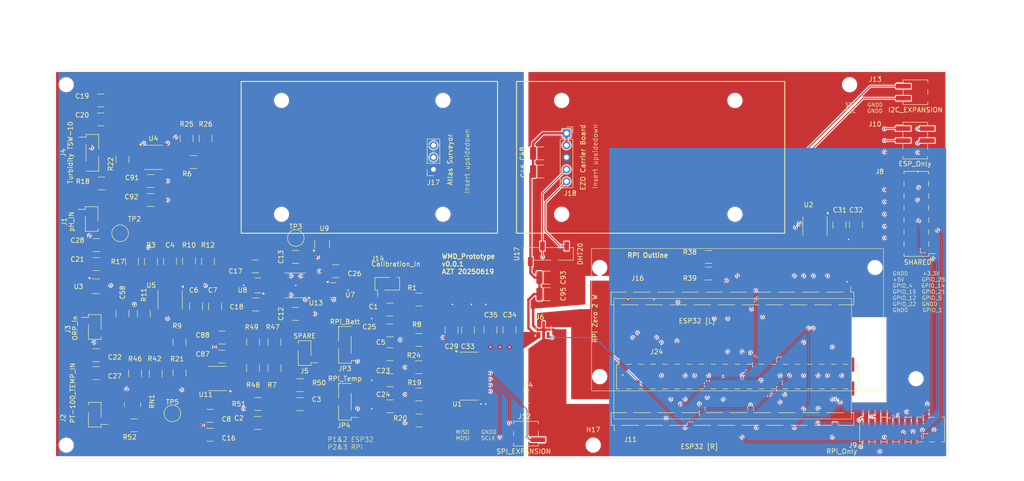
<source format=kicad_pcb>
(kicad_pcb (version 20240108) (generator "pcbnew") (generator_version "8.0")
  (layers (0 "F.Cu" signal) (1 "In1.Cu" signal) (2 "In2.Cu" signal) (31 "B.Cu" signal) (34 "B.Paste" user) (35 "F.Paste" user) (36 "B.SilkS" user "B.Silkscreen") (37 "F.SilkS" user "F.Silkscreen") (38 "B.Mask" user) (39 "F.Mask" user) (44 "Edge.Cuts" user))
  (net 0 "")
  (net 1 "GNDA")
  (net 2 "/Power/+2.5V_REF")
  (net 3 "GNDD")
  (net 4 "+3.3V")
  (net 5 "+5V")
  (net 6 "VDDA")
  (net 7 "Net-(J3-In)")
  (net 8 "/Power/+2.5V_REF_BUF_A")
  (net 9 "Net-(J1-In)")
  (net 10 "/Micocontroller/GPIO_22")
  (net 11 "/Micocontroller/GPIO_21")
  (net 13 "/Micocontroller/GPIO_5")
  (net 14 "/Micocontroller/GPIO_4")
  (net 15 "Net-(J2-In)")
  (net 16 "/Base_Sensor/Vsense")
  (net 17 "/EN{slash}~{SH_0}")
  (net 18 "Net-(U5A-+)")
  (net 19 "Net-(R12-Pad2)")
  (net 20 "Net-(U5B--)")
  (net 21 "/Micocontroller/GPIO_14")
  (net 22 "Net-(U5A--)")
  (net 23 "Net-(U11B-+)")
  (net 24 "Net-(U11B--)")
  (net 25 "Net-(U11A-+)")
  (net 26 "Net-(R21-Pad2)")
  (net 27 "Net-(U11A--)")
  (net 28 "Net-(R48-Pad2)")
  (net 29 "/Micocontroller/GPIO_15")
  (net 30 "/I2C_SCL")
  (net 31 "/I2C_SDA")
  (net 32 "/Micocontroller/GPIO_12")
  (net 33 "/Micocontroller/GPIO_1")
  (net 34 "/Micocontroller/GPIO_25")
  (net 35 "/SPI_MOSI")
  (net 36 "/SPI_SCLK")
  (net 37 "/SPI_MISO")
  (net 38 "Net-(J14-Pin_1)")
  (net 39 "/SPI_CS0")
  (net 40 "/Base_Sensor/VBATT_BUF")
  (net 41 "/Base_Sensor/TEMP_SENSE_BUF")
  (net 42 "Net-(U4B-+)")
  (net 43 "Net-(U4A--)")
  (net 44 "Net-(J4-Pin_2)")
  (net 45 "Net-(R24-Pad1)")
  (net 46 "Net-(U4B--)")
  (net 47 "/Base_Sensor/+4.096_REF_BUF_A")
  (net 48 "/Power/+2.5V_REF_BUF_B")
  (net 49 "/Power/+4.096_REF_BUF_B")
  (net 50 "+VSW")
  (net 58 "Net-(JP4-C)")
  (net 59 "Net-(JP3-C)")
  (net 60 "/ADC.CAL")
  (net 61 "/ADC.DO")
  (net 62 "/ADC.PH")
  (net 63 "/ADC.ORP")
  (net 64 "/ADC.TURB")
  (net 65 "/ADC.TEMP")
  (net 66 "/ADC.VBATT")
  (net 67 "Net-(J5-Pin_2)")
  (net 68 "Net-(J5-Pin_1)")
  (net 69 "Net-(J4-Pin_3)")
  (net 70 "Net-(J17-Pin_3)")
  (net 71 "/Micocontroller/GPIO_2_ESP")
  (net 72 "/Micocontroller/GPIO_3_ESP")
  (net 73 "/Micocontroller/GPIO_34_ESP")
  (net 74 "/Micocontroller/GPIO_35_ESP")
  (net 75 "/Micocontroller/GPIO_39_ESP")
  (net 76 "/Micocontroller/GPIO_36_ESP")
  (net 77 "/Micocontroller/GPIO_27_PI")
  (net 78 "/Micocontroller/GPIO_7_PI")
  (net 79 "/Micocontroller/GPIO_0_PI")
  (net 80 "/Micocontroller/GPIO_20_PI")
  (net 81 "/Micocontroller/GPIO_23_PI")
  (net 82 "/Micocontroller/GPIO_13_PI")
  (net 83 "/Micocontroller/GPIO_24_PI")
  (net 84 "/Micocontroller/GPIO_19_PI")
  (net 85 "/Micocontroller/GPIO_26_PI")
  (net 86 "/Micocontroller/GPIO_16_PI")
  (net 87 "/Micocontroller/GPIO_18_PI")
  (net 88 "/Micocontroller/GPIO_17_PI")
  (net 89 "/Micocontroller/GPIO_6_PI")
  (net 90 "Net-(RN1-R2.2)")
  (footprint "Capacitor_SMD:C_1210_3225Metric_Pad1.33x2.70mm_HandSolder" (layer "F.Cu") (at 123.184825 102.818816 180)
    (property "Reference" "C5")
    (property "Value" "C")
  )
  (footprint "Capacitor_SMD:C_1210_3225Metric_Pad1.33x2.70mm_HandSolder" (layer "F.Cu") (at 87.784825 99.318816)
    (property "Reference" "C88")
    (property "Value" "1u")
  )
  (footprint "Connector_PinSocket_2.54mm:PinSocket_1x20_P2.54mm_Vertical_SMD_Pin1Left" (layer "F.Cu") (at 195.327024 116.487156 90)
    (property "Reference" "J11")
    (property "Value" "ESP32 [R]")
  )
  (footprint "Package_SO:TSSOP-14_4.4x5mm_P0.65mm" (layer "F.Cu") (at 103.222325 88.318816 180)
    (property "Reference" "U13")
    (property "Value" "TLV4387")
  )
  (footprint "Capacitor_SMD:C_1210_3225Metric_Pad1.33x2.70mm_HandSolder" (layer "F.Cu") (at 61.284825 106.818816)
    (property "Reference" "C27")
    (property "Value" "1u")
  )
  (footprint "Capacitor_SMD:C_1210_3225Metric_Pad1.33x2.70mm_HandSolder" (layer "F.Cu") (at 123.184825 97.818816 180)
    (property "Reference" "C25")
    (property "Value" "C")
  )
  (footprint "Capacitor_SMD:C_1210_3225Metric_Pad1.33x2.70mm_HandSolder" (layer "F.Cu") (at 111.778368 85.337133)
    (property "Reference" "C26")
    (property "Value" "1u")
  )
  (footprint "Package_TO_SOT_SMD:SOT-23-5" (layer "F.Cu") (at 108.897325 79.681316 90)
    (property "Reference" "U9")
    (property "Value" "ESDA5V3SC5")
  )
  (footprint "Resistor_SMD:R_1210_3225Metric_Pad1.30x2.65mm_HandSolder" (layer "F.Cu") (at 80.347325 57.368816 90)
    (property "Reference" "R25")
    (property "Value" "114k")
  )
  (footprint "Connector_PinHeader_2.54mm:PinHeader_2x07_P2.54mm_Vertical_SMD" (layer "F.Cu") (at 231.057644 118.706932 90)
    (property "Reference" "J9")
    (property "Value" "RPi_Only")
  )
  (footprint "Capacitor_SMD:C_1210_3225Metric_Pad1.33x2.70mm_HandSolder" (layer "F.Cu") (at 86.347325 92.756316 90)
    (property "Reference" "C7")
    (property "Value" "1u")
  )
  (footprint "Resistor_SMD:R_1210_3225Metric_Pad1.30x2.65mm_HandSolder" (layer "F.Cu") (at 190.297325 85.818816 180)
    (property "Reference" "R39")
    (property "Value" "10k")
  )
  (footprint "Capacitor_SMD:C_1210_3225Metric_Pad1.33x2.70mm_HandSolder" (layer "F.Cu") (at 76.847325 83.256316 90)
    (property "Reference" "C4")
    (property "Value" "0.1u")
  )
  (footprint "Resistor_SMD:R_1210_3225Metric_Pad1.30x2.65mm_HandSolder" (layer "F.Cu") (at 95.397325 113.318816)
    (property "Reference" "R51")
    (property "Value" "R")
  )
  (footprint "Package_SO:SOIC-8_3.9x4.9mm_P1.27mm" (layer "F.Cu") (at 73.347325 61.318816)
    (property "Reference" "U4")
    (property "Value" "OPA2397DGKR")
  )
  (footprint "Connector_PinHeader_2.54mm:PinHeader_1x02_P2.54mm_Vertical_SMD_Pin1Left" (layer "F.Cu") (at 122.617325 87.973816 90)
    (property "Reference" "J14")
    (property "Value" "Calibration_In")
  )
  (footprint "Capacitor_SMD:C_1210_3225Metric_Pad1.33x2.70mm_HandSolder" (layer "F.Cu") (at 103.284825 82.318816 180)
    (property "Reference" "C13")
    (property "Value" "0.1u")
  )
  (footprint "Resistor_SMD:R_1210_3225Metric_Pad1.30x2.65mm_HandSolder" (layer "F.Cu") (at 81.797325 62.318816 180)
    (property "Reference" "R6")
    (property "Value" "R")
  )
  (footprint "MountingHole:MountingHole_2.7mm_M2.5_ISO14580" (layer "F.Cu") (at 134.347325 73.318816)
    (property "Reference" "H4")
    (property "Value" "MountingHole")
  )
  (footprint "Resistor_SMD:R_1210_3225Metric_Pad1.30x2.65mm_HandSolder" (layer "F.Cu") (at 78.847325 100.318816 -90)
    (property "Reference" "R9")
    (property "Value" "R")
  )
  (footprint "MountingHole:MountingHole_2.7mm_M2.5_ISO14580" (layer "F.Cu") (at 225.361393 84.555404)
    (property "Reference" "H10")
    (property "Value" "MountingHole")
  )
  (footprint "MountingHole:MountingHole_2.7mm_M2.5_ISO14580" (layer "F.Cu") (at 100.347325 73.318816)
    (property "Reference" "H2")
    (property "Value" "MountingHole")
  )
  (footprint "Resistor_SMD:R_1210_3225Metric_Pad1.30x2.65mm_HandSolder" (layer "F.Cu") (at 80.847325 83.168816 -90)
    (property "Reference" "R10")
    (property "Value" "10k")
  )
  (footprint "Resistor_SMD:R_1210_3225Metric_Pad1.30x2.65mm_HandSolder" (layer "F.Cu") (at 104.297325 109.358816)
    (property "Reference" "R50")
    (property "Value" "R")
  )
  (footprint "Connector_PinHeader_2.54mm:PinHeader_1x02_P2.54mm_Vertical_SMD_Pin1Left" (layer "F.Cu") (at 61.002325 97.088816)
    (property "Reference" "J3")
    (property "Value" "ORP_In")
  )
  (footprint "Capacitor_SMD:C_1210_3225Metric_Pad1.33x2.70mm_HandSolder" (layer "F.Cu") (at 94.922843 92.337966 180)
    (property "Reference" "C18")
    (property "Value" "1u")
  )
  (footprint "Capacitor_SMD:C_1210_3225Metric_Pad1.33x2.70mm_HandSolder" (layer "F.Cu") (at 62.284825 53.318816)
    (property "Reference" "C20")
    (property "Value" "1u")
  )
  (footprint "Capacitor_SMD:C_1210_3225Metric_Pad1.33x2.70mm_HandSolder" (layer "F.Cu") (at 82.347325 92.750155 90)
    (property "Reference" "C6")
    (property "Value" "0.1u")
  )
  (footprint "Connector_PinHeader_2.54mm:PinHeader_2x07_P2.54mm_Vertical_SMD" (layer "F.Cu") (at 234.062325 73.238816 180)
    (property "Reference" "J8")
    (property "Value" "SHARED")
  )
  (footprint "Resistor_SMD:R_1210_3225Metric_Pad1.30x2.65mm_HandSolder" (layer "F.Cu") (at 129.297325 99.818816)
    (property "Reference" "R8")
    (property "Value" "R")
  )
  (footprint "Resistor_SMD:R_1210_3225Metric_Pad1.30x2.65mm_HandSolder" (layer "F.Cu") (at 69.487007 106.868816 90)
    (property "Reference" "R46")
    (property "Value" "R")
  )
  (footprint "Connector_PinHeader_2.54mm:PinHeader_2x02_P2.54mm_Vertical_SMD" (layer "F.Cu") (at 151.822325 119.588816 180)
    (property "Reference" "J12")
    (property "Value" "SPI_EXPANSION")
  )
  (footprint "Connector_PinHeader_2.54mm:PinHeader_1x02_P2.54mm_Vertical_SMD_Pin1Left" (layer "F.Cu") (at 105.192325 102.588816 180)
    (property "Reference" "J5")
    (property "Value" "SPARE")
  )
  (footprint "Connector_PinHeader_2.54mm:PinHeader_1x02_P2.54mm_Vertical_SMD_Pin1Left" (layer "F.Cu") (at 60.347325 74.318816)
    (property "Reference" "J1")
    (property "Value" "pH_IN")
  )
  (footprint "Resistor_SMD:R_1210_3225Metric_Pad1.30x2.65mm_HandSolder" (layer "F.Cu") (at 78.847325 106.768816 -90)
    (property "Reference" "R21")
    (property "Value" "R")
  )
  (footprint "Resistor_SMD:R_1210_3225Metric_Pad1.30x2.65mm_HandSolder" (layer "F.Cu") (at 129.297325 111.318816)
    (property "Reference" "R19")
    (property "Value" "R")
  )
  (footprint "TestPoint:TestPoint_Pad_D3.0mm" (layer "F.Cu") (at 103.347325 78.318816)
    (property "Reference" "TP3")
    (property "Value" "VSW")
  )
  (footprint "Package_SO:SOIC-16_3.9x9.9mm_P1.27mm" (layer "F.Cu") (at 139.872325 107.453816)
    (property "Reference" "U1")
    (property "Value" "MCP3208")
  )
  (footprint "Package_TO_SOT_SMD:SOT-23-6" (layer "F.Cu") (at 155.542357 97.648919 90)
    (property "Reference" "U6")
    (property "Value" "TPS22929D")
  )
  (footprint "Resistor_SMD:R_1210_3225Metric_Pad1.30x2.65mm_HandSolder" (layer "F.Cu") (at 151.897325 111.818816 180)
    (property "Reference" "R4")
    (property "Value" "0 Ohm")
  )
  (footprint "Package_SO:SOIC-8_3.9x4.9mm_P1.27mm" (layer "F.Cu") (at 212.712325 75.793816 -90)
    (property "Reference" "U2")
    (property "Value" "M24C02-FMN")
  )
  (footprint "Connector_PinHeader_2.54mm:PinHeader_1x03_P2.54mm_Vertical_SMD_Pin1Left" (layer "F.Cu") (at 60.502325 60.358816)
    (property "Reference" "J4")
    (property "Value" "Turbidity TSW-10")
  )
  (footprint "Connector_PinHeader_2.54mm:PinHeader_1x03_P2.54mm_Vertical_SMD_Pin1Left" (layer "F.Cu") (at 113.692325 100.858816 180)
    (property "Reference" "JP3")
    (property "Value" "RPi_Batt")
  )
  (footprint "Resistor_SMD:R_1210_3225Metric_Pad1.30x2.65mm_HandSolder" (layer "F.Cu") (at 62.397325 66.818816 180)
    (property "Reference" "R18")
    (property "Value" "470")
  )
  (footprint "Connector_PinSocket_2.54mm:PinSocket_1x20_P2.54mm_Vertical_SMD_Pin1Left" (layer "F.Cu") (at 195.322949 91.08182 -90)
    (property "Reference" "J16")
    (property "Value" "ESP32 [L]")
  )
  (footprint "Capacitor_SMD:C_1210_3225Metric_Pad1.33x2.70mm_HandSolder" (layer "F.Cu") (at 154.909825 64.307584)
    (property "Reference" "C46")
    (property "Value" "0.1u")
  )
  (footprint "Resistor_SMD:R_1210_3225Metric_Pad1.30x2.65mm_HandSolder" (layer "F.Cu") (at 98.847325 105.768816 90)
    (property "Reference" "R7")
    (property "Value" "R")
  )
  (footprint "Capacitor_SMD:C_1210_3225Metric_Pad1.33x2.70mm_HandSolder" (layer "F.Cu") (at 148.347325 97.695655 90)
    (property "Reference" "C34")
    (property "Value" "10u")
  )
  (footprint "Capacitor_SMD:C_1210_3225Metric_Pad1.33x2.70mm_HandSolder" (layer "F.Cu") (at 61.284825 103.038816)
    (property "Reference" "C22")
    (property "Value" "10u")
  )
  (footprint "Capacitor_SMD:C_1210_3225Metric_Pad1.33x2.70mm_HandSolder" (layer "F.Cu") (at 154.909825 60.470084)
    (property "Reference" "C48")
    (property "Value" "1u")
  )
  (footprint "Capacitor_SMD:C_1210_3225Metric_Pad1.33x2.70mm_HandSolder" (layer "F.Cu") (at 156.244825 90.168816)
    (property "Reference" "C95")
    (property "Value" "1u")
  )
  (footprint "MountingHole:MountingHole_2.7mm_M2.5_ISO14580" (layer "F.Cu") (at 225.361393 107.555404)
    (property "Reference" "H12")
    (property "Value" "MountingHole")
  )
  (footprint "Capacitor_SMD:C_1210_3225Metric_Pad1.33x2.70mm_HandSolder" (layer "F.Cu") (at 221.347325 75.526316 90)
    (property "Reference" "C32")
    (property "Value" "0.1u")
  )
  (footprint "Capacitor_SMD:C_1210_3225Metric_Pad1.33x2.70mm_HandSolder" (layer "F.Cu") (at 61.284825 79.818816)
    (property "Reference" "C28")
    (property "Value" "1u")
  )
  (footprint "MountingHole:MountingHole_2.7mm_M2.5_ISO14580" (layer "F.Cu") (at 220 46)
    (property "Reference" "H14")
    (property "Value" "MountingHole")
  )
  (footprint "Capacitor_SMD:C_1210_3225Metric_Pad1.33x2.70mm_HandSolder" (layer "F.Cu") (at 87.784825 103.318816)
    (property "Reference" "C87")
    (property "Value" "0.1u")
  )
  (footprint "Connector_PinHeader_2.54mm:PinHeader_1x03_P2.54mm_Vertical_SMD_Pin1Left" (layer "F.Cu") (at 113.692325 112.858816 180)
    (property "Reference" "JP4")
    (property "Value" "RPi_Temp")
  )
  (footprint "Capacitor_SMD:C_1210_3225Metric_Pad1.33x2.70mm_HandSolder" (layer "F.Cu") (at 62.284825 49.318816)
    (property "Reference" "C19")
    (property "Value" "10u")
  )
  (footprint "Connector_PinHeader_2.54mm:PinHeader_1x02_P2.54mm_Vertical_SMD_Pin1Left" (layer "F.Cu") (at 61.002325 115.588816 180)
    (property "Reference" "J2")
    (property "Value" "PT-100_TEMP_IN")
  )
  (footprint "Resistor_SMD:R_Array_Concave_4x0603" (layer "F.Cu") (at 68.947325 113.468816 90)
    (property "Reference" "RN1")
    (property "Value" "1k / 0.1%")
  )
  (footprint "Capacitor_SMD:C_1210_3225Metric_Pad1.33x2.70mm_HandSolder" (layer "F.Cu") (at 156.244825 86.668816)
    (property "Reference" "C93")
    (property "Value" "0.1u")
  )
  (footprint "MountingHole:MountingHole_2.7mm_M2.5_ISO14580" (layer "F.Cu") (at 195.847325 49.318816)
    (property "Reference" "H7")
    (property "Value" "MountingHole")
  )
  (footprint "Resistor_SMD:R_1210_3225Metric_Pad1.30x2.65mm_HandSolder" (layer "F.Cu") (at 190.297325 82.318816 180)
    (property "Reference" "R38")
    (property "Value" "10k")
  )
  (footprint "Package_TO_SOT_SMD:SOT-23-5" (layer "F.Cu") (at 61.209825 88.513816)
    (property "Reference" "U3")
    (property "Value" "ESDA5V3SC5")
  )
  (footprint "MountingHole:MountingHole_2.7mm_M2.5_ISO14580" (layer "F.Cu") (at 234 108)
    (property "Reference" "H16")
    (property "Value" "MountingHole")
  )
  (footprint "MountingHole:MountingHole_2.7mm_M2.5_ISO14580" (layer "F.Cu") (at 55 46)
    (property "Reference" "H13")
    (property "Value" "MountingHole")
  )
  (footprint "Resistor_SMD:R_1210_3225Metric_Pad1.30x2.65mm_HandSolder" (layer "F.Cu") (at 84.347325 57.368816 -90)
    (property "Reference" "R26")
    (property "Value" "1k")
  )
  (footprint "TestPoint:TestPoint_Pad_D3.0mm" (layer "F.Cu") (at 66.347325 77.318816)
    (property "Reference" "TP2")
    (property "Value" "+2.5V_REF")
  )
  (footprint "Capacitor_SMD:C_1210_3225Metric_Pad1.33x2.70mm_HandSolder" (layer "F.Cu") (at 103.284825 94.318816 180)
    (property "Reference" "C12")
    (property "Value" "1u")
  )
  (footprint "Capacitor_SMD:C_1210_3225Metric_Pad1.33x2.70mm_HandSolder" (layer "F.Cu") (at 104.284825 113.358816 180)
    (property "Reference" "C3")
    (property "Value" "C")
  )
  (footprint "Connector_PinSocket_2.54mm:PinSocket_1x05_P2.54mm_Vertical" (layer "F.Cu") (at 160.372325 56.238816)
    (property "Reference" "J18")
    (property "Value" "EZO Carrier Board")
  )
  (footprint "Resistor_SMD:R_1210_3225Metric_Pad1.30x2.65mm_HandSolder" (layer "F.Cu") (at 66.847325 61.768816 90)
    (property "Reference" "R22")
    (property "Value" "4.7k")
  )
  (footprint "Connector_PinSocket_2.54mm:PinSocket_1x04_P2.54mm_Vertical_SMD_Pin1Left" (layer "F.Cu") (at 156.577325 81.668816 90)
    (property "Reference" "U17")
    (property "Value" "DHT20")
  )
  (footprint "Resistor_SMD:R_1210_3225Metric_Pad1.30x2.65mm_HandSolder" (layer "F.Cu") (at 94.347325 100.268816 -90)
    (property "Reference" "R49")
    (property "Value" "R")
  )
  (footprint "Connector_PinHeader_2.54mm:PinHeader_2x03_P2.54mm_Vertical_SMD" (layer "F.Cu") (at 233.822325 57.778816)
    (property "Reference" "J10")
    (property "Value" "ESP_Only")
  )
  (footprint "Capacitor_SMD:C_1210_3225Metric_Pad1.33x2.70mm_HandSolder" (layer "F.Cu") (at 95.284825 117.318816 180)
    (property "Reference" "C2")
    (property "Value" "C")
  )
  (footprint "Resistor_SMD:R_1210_3225Metric_Pad1.30x2.65mm_HandSolder" (layer "F.Cu") (at 68.847325 83.268816 -90)
    (property "Reference" "R17")
    (property "Value" "3.3k")
  )
  (footprint "MountingHole:MountingHole_2.7mm_M2.5_ISO14580" (layer "F.Cu") (at 195.847325 73.318816)
    (property "Reference" "H8")
    (property "Value" "MountingHole")
  )
  (footprint "Resistor_SMD:R_1210_3225Metric_Pad1.30x2.65mm_HandSolder" (layer "F.Cu") (at 72.847325 83.268816 -90)
    (property "Reference" "R3")
    (property "Value" "100k")
  )
  (footprint "Resistor_SMD:R_1210_3225Metric_Pad1.30x2.65mm_HandSolder" (layer "F.Cu") (at 71.347325 94.268816 -90)
    (property "Reference" "R11")
    (property "Value" "100k")
  )
  (footprint "Capacitor_SMD:C_1210_3225Metric_Pad1.33x2.70mm_HandSolder" (layer "F.Cu") (at 85.284825 115.818816)
    (property "Reference" "C8")
    (property "Value" "1u")
  )
  (footprint "MountingHole:MountingHole_2.7mm_M2.5_ISO14580" (layer "F.Cu") (at 167.361393 107.555404)
    (property "Reference" "H11")
    (property "Value" "MountingHole")
  )
  (footprint "MountingHole:MountingHole_2.7mm_M2.5_ISO14580" (layer "F.Cu") (at 159.347325 49.318816)
    (property "Reference" "H5")
    (property "Value" "MountingHole")
  )
  (footprint "Capacitor_SMD:C_1210_3225Metric_Pad1.33x2.70mm_HandSolder" (layer "F.Cu") (at 61.284825 83.818816)
    (property "Reference" "C21")
    (property "Value" "10u")
  )
  (footprint "Capacitor_SMD:C_1210_3225Metric_Pad1.33x2.70mm_HandSolder" (layer "F.Cu") (at 139.628373 97.752061 90)
    (property "Reference" "C33")
    (property "Value" "1u")
  )
  (footprint "Resistor_SMD:R_1210_3225Metric_Pad1.30x2.65mm_HandSolder" (layer "F.Cu") (at 69.297325 117.818816 180)
    (property "Reference" "R52")
    (property "Value" "5k")
  )
  (footprint "Package_TO_SOT_SMD:SOT-23" (layer "F.Cu") (at 111.222325 89.318816)
    (property "Reference" "U7")
    (property "Value" "REF3040")
  )
  (footprint "Capacitor_SMD:C_1210_3225Metric_Pad1.33x2.70mm_HandSolder" (layer "F.Cu") (at 85.284825 119.818816)
    (property "Reference" "C16")
    (property "Value" "10u")
  )
  (footprint "TestPoint:TestPoint_Pad_D3.0mm" (layer "F.Cu") (at 77.347325 115.318816)
    (property "Reference" "TP5")
    (property "Value" "+4.096V_REF")
  )
  (footprint "Capacitor_SMD:C_1210_3225Metric_Pad1.33x2.70mm_HandSolder" (layer "F.Cu") (at 217.847325 75.588816 90)
    (property "Reference" "C31")
    (property "Value" "1u")
  )
  (footprint "Capacitor_SMD:C_1210_3225Metric_Pad1.33x2.70mm_HandSolder" (layer "F.Cu") (at 123.184825 108.318816 180)
    (property "Reference" "C23")
    (property "Value" "C")
  )
  (footprint "MountingHole:MountingHole_2.7mm_M2.5_ISO14580" (layer "F.Cu") (at 55 122)
    (property "Reference" "H15")
    (property "Value" "MountingHole")
  )
  (footprint "Resistor_SMD:R_1210_3225Metric_Pad1.30x2.65mm_HandSolder" (layer "F.Cu") (at 73.847325 106.868816 90)
    (property "Reference" "R42")
    (property "Value" "R")
  )
  (footprint "MountingHole:MountingHole_2.7mm_M2.5_ISO14580" (layer "F.Cu") (at 159.347325 73.318816)
    (property "Reference" "H6")
    (property "Value" "MountingHole")
  )
  (footprint "MountingHole:MountingHole_2.7mm_M2.5_ISO14580" (layer "F.Cu") (at 134.347325 49.318816)
    (property "Reference" "H3")
    (property "Value" "MountingHole")
  )
  (footprint "Connector_PinSocket_2.54mm:PinSocket_1x03_P2.54mm_Vertical" (layer "F.Cu") (at 132.347325 63.858816 180)
    (property "Reference" "J17")
    (property "Value" "Atlas Surveyor")
  )
  (footprint "Resistor_SMD:R_1210_3225Metric_Pad1.30x2.65mm_HandSolder" (layer "F.Cu") (at 129.297325 116.818816)
    (property "Reference" "R20")
    (property "Value" "R")
  )
  (footprint "Capacitor_SMD:C_1210_3225Metric_Pad1.33x2.70mm_HandSolder" (layer "F.Cu") (at 72.784825 70.318816 180)
    (property "Reference" "C92")
    (property "Value" "0.1u")
  )
  (footprint "Resistor_SMD:R_1210_3225Metric_Pad1.30x2.65mm_HandSolder" (layer "F.Cu") (at 98.847325 100.268816 -90)
    (property "Reference" "R47")
    (property "Value" "R")
  )
  (footprint "Package_SO:SOIC-8_3.9x4.9mm_P1.27mm" (layer "F.Cu") (at 76.872325 91.302655 -90)
    (property "Reference" "U5")
    (property "Value" "OPA2397DGKR")
  )
  (footprint "Resistor_SMD:R_1210_3225Metric_Pad1.30x2.65mm_HandSolder" (layer "F.Cu") (at 94.347325 105.768816 -90)
    (property "Reference" "R48")
    (property "Value" "R")
  )
  (footprint "Package_TO_SOT_SMD:SOT-23" (layer "F.Cu") (at 95.347325 88.318816 180)
    (property "Reference" "U8")
    (property "Value" "REF3025")
  )
  (footprint "Capacitor_SMD:C_1210_3225Metric_Pad1.33x2.70mm_HandSolder" (layer "F.Cu") (at 123.184825 113.818816 180)
    (property "Reference" "C24")
    (property "Value" "C")
  )
  (footprint "Capacitor_SMD:C_1210_3225Metric_Pad1.33x2.70mm_HandSolder" (layer "F.Cu") (at 144.334291 97.695655 90)
    (property "Reference" "C35")
    (property "Value" "1u")
  )
  (footprint "MountingHole:MountingHole_2.7mm_M2.5_ISO14580" (layer "F.Cu") (at 100.347325 49.318816)
    (property "Reference" "H1")
    (property "Value" "MountingHole")
  )
  (footprint "Resistor_SMD:R_1210_3225Metric_Pad1.30x2.65mm_HandSolder" (layer "F.Cu") (at 129.297325 91.318816)
    (property "Reference" "R1")
    (property "Value" "R")
  )
  (footprint "Capacitor_SMD:C_1210_3225Metric_Pad1.33x2.70mm_HandSolder" (layer "F.Cu") (at 66.847325 94.256316 90)
    (property "Reference" "C58")
    (property "Value" "0.1u")
  )
  (footprint "Connector_PinSocket_2.54mm:PinSocket_2x20_P2.54mm_Vertical_SMD" (layer "F.Cu") (at 196.35 107.548508 90)
    (property "Reference" "J24")
    (property "Value" "RPi Zero 2 W")
  )
  (footprint "Capacitor_SMD:C_1210_3225Metric_Pad1.33x2.70mm_HandSolder" (layer "F.Cu") (at 136.147325 97.756316 90)
    (property "Reference" "C29")
    (property "Value" "10u")
  )
  (footprint "Resistor_SMD:R_1210_3225Metric_Pad1.30x2.65mm_HandSolder" (layer "F.Cu") (at 84.847325 83.268816 -90)
    (property "Reference" "R12")
    (property "Value" "5k")
  )
  (footprint "Capacitor_SMD:C_1210_3225Metric_Pad1.33x2.70mm_HandSolder" (layer "F.Cu") (at 94.784825 84.319412 180)
    (property "Reference" "C17")
    (property "Value" "10u")
  )
  (footprint "Capacitor_SMD:C_1210_3225Metric_Pad1.33x2.70mm_HandSolder" (layer "F.Cu") (at 72.784825 66.318816 180)
    (property "Reference" "C91")
    (property "Value" "1u")
  )
  (footprint "MountingHole:MountingHole_2.7mm_M2.5_ISO14580" (layer "F.Cu") (at 167.361393 84.555404)
    (property "Reference" "H9")
    (property "Value" "MountingHole")
  )
  (footprint "Resistor_SMD:R_1210_3225Metric_Pad1.30x2.65mm_HandSolder" (layer "F.Cu") (at 129.275404 105.575465)
    (property "Reference" "R24")
    (property "Value" "R")
  )
  (footprint "Package_SO:SOIC-8_3.9x4.9mm_P1.27mm" (layer "F.Cu") (at 86.872325 107.953816 180)
    (property "Reference" "U11")
    (property "Value" "OPA2397DGKR")
  )
  (footprint "MountingHole:MountingHole_2.7mm_M2.5_ISO14580" (layer "F.Cu") (at 166 122)
    (property "Reference" "H17")
    (property "Value" "MountingHole")
  )
  (footprint "Connector_PinHeader_2.54mm:PinHeader_2x02_P2.54mm_Vertical_SMD" (layer "F.Cu") (at 233.872325 47.588816)
    (property "Reference" "J13")
    (property "Value" "I2C_EXPANSION")
  )
  (footprint "Capacitor_SMD:C_1210_3225Metric_Pad1.33x2.70mm_HandSolder" (layer "F.Cu") (at 123.17123 93.402492 180)
    (property "Reference" "C1")
    (property "Value" "C")
  )
  (gr_rect (start 165.641393 80.555404) (end 227.141393 110.555404) (stroke (width 0.1)) (fill none) (layer "F.SilkS"))
  (gr_rect (start 91.847325 45.318816) (end 145.847325 77.318816) (stroke (width 0.2)) (fill none) (layer "F.SilkS"))
  (gr_rect (start 149.847325 45.318816) (end 206.347325 77.318816) (stroke (width 0.2)) (fill none) (layer "F.SilkS"))
  (gr_rect (start 170.347325 91.082228) (end 220.406264 116.488868) (stroke (width 0.1)) (fill none) (layer "F.SilkS"))
  (gr_rect (start 52.347325 42.818816) (end 240.847325 124.818816) (stroke (width 0.05)) (fill none) (layer "Edge.Cuts"))
  (gr_text "SDA    GNDD\nSCL    GNDD" (at 219 52 0) (layer "F.SilkS") (effects (font (size 0.8 0.8) (thickness 0.1)) (justify left bottom)))
  (gr_text "Insert upsidedown" (at 167 68 90) (layer "F.SilkS") (effects (font (size 1 1) (thickness 0.1)) (justify left bottom)))
  (gr_text "GNDD     +3.3V\n+5V      GPIO_25\nGPIO_4   GPIO_14\nGPIO_15  GPIO_21\nGPIO_12  GPIO_5\nGPIO_22  GNDD\nGNDD     GPIO_1" (at 229 94 0) (layer "F.SilkS") (effects (font (size 0.8 0.8) (thickness 0.1)) (justify left bottom)))
  (gr_text "WMD_Prototype\nv0.0.1\nAZT 20250619" (at 134 86 0) (layer "F.SilkS") (effects (font (size 1 1) (thickness 0.2) (bold yes)) (justify left bottom)))
  (gr_text "RPi Outline" (at 173.107325 82.555404 0) (layer "F.SilkS") (effects (font (size 1 1) (thickness 0.2) (bold yes)) (justify left bottom)))
  (gr_text "MISO    GNDD\nMOSI    SCLK\n" (at 137 121 0) (layer "F.SilkS") (effects (font (size 0.8 0.8) (thickness 0.1)) (justify left bottom)))
  (gr_text "Insert upsidedown" (at 140 69 90) (layer "F.SilkS") (effects (font (size 1 1) (thickness 0.1)) (justify left bottom)))
  (gr_text "P1&2 ESP32\nP2&3 RPi" (at 110 123 0) (layer "F.SilkS") (effects (font (size 1 1) (thickness 0.1)) (justify left bottom)))
  (segment (start 70.777325 63.318816) (end 70.872325 63.223816) (width 0.2) (layer "F.Cu") (net 1))
  (segment (start 63.847325 49.318816) (end 63.847325 53.318816) (width 0.5) (layer "F.Cu") (net 1))
  (segment (start 66.942325 63.223816) (end 70.682325 63.223816) (width 0.5) (layer "F.Cu") (net 1))
  (segment (start 66.847325 65.818816) (end 66.847325 63.318816) (width 0.5) (layer "F.Cu") (net 1))
  (segment (start 71.222325 66.318816) (end 71.222325 70.318816) (width 0.5) (layer "F.Cu") (net 1))
  (segment (start 63.947325 66.818816) (end 65.847325 66.818816) (width 0.5) (layer "F.Cu") (net 1))
  (segment (start 65.847325 66.818816) (end 66.847325 65.818816) (width 0.5) (layer "F.Cu") (net 1))
  (segment (start 66.847325 63.318816) (end 66.942325 63.223816) (width 0.5) (layer "F.Cu") (net 1))
  (via (at 114.347325 89.318816) (size 0.6) (drill 0.3) (layers "F.Cu" "B.Cu") (net 1))
  (via (at 143.347325 113.318816) (size 0.6) (drill 0.3) (layers "F.Cu" "B.Cu") (net 1))
  (via (at 140.347325 92.318816) (size 0.6) (drill 0.3) (layers "F.Cu" "B.Cu") (net 1))
  (via (at 119.347325 108.318816) (size 0.6) (drill 0.3) (layers "F.Cu" "B.Cu") (net 1))
  (via (at 103.347325 88.318816) (size 0.6) (drill 0.3) (layers "F.Cu" "B.Cu") (net 1))
  (via (at 143.347325 92.318816) (size 0.6) (drill 0.3) (layers "F.Cu" "B.Cu") (net 1))
  (via (at 136.347325 92.318816) (size 0.6) (drill 0.3) (layers "F.Cu" "B.Cu") (net 1))
  (via (at 119.347325 114.318816) (size 0.6) (drill 0.3) (layers "F.Cu" "B.Cu") (net 1))
  (via (at 142.347325 113.318816) (size 0.6) (drill 0.3) (layers "F.Cu" "B.Cu") (net 1))
  (via (at 92.347325 88.318816) (size 0.6) (drill 0.3) (layers "F.Cu" "B.Cu") (net 1))
  (via (at 119.347325 95.318816) (size 0.6) (drill 0.3) (layers "F.Cu" "B.Cu") (net 1))
  (segment (start 98.347325 88.018816) (end 98.347325 88.668815) (width 0.2) (layer "F.Cu") (net 2))
  (segment (start 97.697325 87.368816) (end 96.384825 87.368816) (width 0.2) (layer "F.Cu") (net 2))
  (segment (start 76.922325 81.618816) (end 80.847325 81.618816) (width 0.2) (layer "F.Cu") (net 2))
  (segment (start 68.972325 92.693816) (end 69.347325 92.318816) (width 0.2) (layer "F.Cu") (net 2))
  (segment (start 71.347325 92.718816) (end 69.747325 92.718816) (width 0.2) (layer "F.Cu") (net 2))
  (segment (start 98.647326 88.968816) (end 100.359825 88.968816) (width 0.2) (layer "F.Cu") (net 2))
  (segment (start 72.847325 80.818816) (end 72.347325 80.318816) (width 0.2) (layer "F.Cu") (net 2))
  (segment (start 96.284825 87.368816) (end 96.284825 84.448043) (width 0.2) (layer "F.Cu") (net 2))
  (segment (start 96.284825 84.448043) (end 96.413456 84.319412) (width 0.2) (layer "F.Cu") (net 2))
  (segment (start 76.822325 81.718816) (end 76.847325 81.693816) (width 0.2) (layer "F.Cu") (net 2))
  (segment (start 66.847325 92.693816) (end 68.972325 92.693816) (width 0.2) (layer "F.Cu") (net 2))
  (segment (start 82.147325 80.318816) (end 80.847325 81.618816) (width 0.2) (layer "F.Cu") (net 2))
  (segment (start 72.847325 81.718816) (end 72.847325 80.818816) (width 0.2) (layer "F.Cu") (net 2))
  (segment (start 96.347325 84.319412) (end 92.346729 80.318816) (width 0.2) (layer "F.Cu") (net 2))
  (segment (start 98.697325 87.668816) (end 98.347325 88.018816) (width 0.2) (layer "F.Cu") (net 2))
  (segment (start 98.347325 88.018816) (end 97.697325 87.368816) (width 0.2) (layer "F.Cu") (net 2))
  (segment (start 69.747325 92.718816) (end 69.347325 92.318816) (width 0.2) (layer "F.Cu") (net 2))
  (segment (start 98.347325 88.668815) (end 98.647326 88.968816) (width 0.2) (layer "F.Cu") (net 2))
  (segment (start 100.359825 87.668816) (end 98.697325 87.668816) (width 0.2) (layer "F.Cu") (net 2))
  (segment (start 92.346729 80.318816) (end 82.147325 80.318816) (width 0.2) (layer "F.Cu") (net 2))
  (segment (start 72.847325 81.718816) (end 76.822325 81.718816) (width 0.2) (layer "F.Cu") (net 2))
  (segment (start 76.922325 81.618816) (end 76.847325 81.693816) (width 0.2) (layer "F.Cu") (net 2))
  (via (at 69.347325 92.318816) (size 0.6) (drill 0.3) (layers "F.Cu" "B.Cu") (net 2))
  (via (at 72.347325 80.318816) (size 0.6) (drill 0.3) (layers "F.Cu" "B.Cu") (net 2))
  (segment (start 156.042358 97.623919) (end 157.652428 97.623919) (width 0.5) (layer "F.Cu") (net 3))
  (segment (start 155.85189 60.045084) (end 155.92689 59.970084) (width 0.2) (layer "F.Cu") (net 3))
  (segment (start 155.542357 98.786419) (end 155.542357 101.123784) (width 0.5) (layer "F.Cu") (net 3))
  (segment (start 155.85189 60.470084) (end 156.700622 61.318816) (width 0.5) (layer "F.Cu") (net 3))
  (segment (start 155.542357 96.511419) (end 155.542357 97.318816) (width 0.5) (layer "F.Cu") (net 3))
  (segment (start 155.85189 60.470084) (end 155.85189 60.045084) (width 0.2) (layer "F.Cu") (net 3))
  (segment (start 155.542357 97.318816) (end 155.187254 97.673919) (width 0.5) (layer "F.Cu") (net 3))
  (segment (start 155.347325 101.318816) (end 155.542357 101.123784) (width 0.5) (layer "F.Cu") (net 3))
  (segment (start 155.187254 97.673919) (end 154.239673 97.673919) (width 0.5) (layer "F.Cu") (net 3))
  (segment (start 155.542357 98.786419) (end 155.542357 98.12392) (width 0.5) (layer "F.Cu") (net 3))
  (segment (start 154.239673 97.673919) (end 153.347325 96.781571) (width 0.5) (layer "F.Cu") (net 3))
  (segment (start 157.847325 86.628816) (end 157.807325 86.668816) (width 0.2) (layer "F.Cu") (net 3))
  (segment (start 157.652428 97.623919) (end 158.347325 98.318816) (width 0.5) (layer "F.Cu") (net 3))
  (segment (start 157.847325 83.318816) (end 157.847325 86.628816) (width 0.5) (layer "F.Cu") (net 3))
  (segment (start 158.347325 98.318816) (end 158.347325 100.318816) (width 0.5) (layer "F.Cu") (net 3))
  (segment (start 155.85189 64.270084) (end 155.85189 60.470084) (width 0.5) (layer "F.Cu") (net 3))
  (segment (start 155.542357 98.12392) (end 156.042358 97.623919) (width 0.5) (layer "F.Cu") (net 3))
  (segment (start 157.807325 86.668816) (end 157.807325 90.168816) (width 0.5) (layer "F.Cu") (net 3))
  (segment (start 153.347325 96.781571) (end 153.347325 92.318816) (width 0.5) (layer "F.Cu") (net 3))
  (segment (start 155.542357 97.318816) (end 155.542357 98.786419) (width 0.5) (layer "F.Cu") (net 3))
  (segment (start 156.700622 61.318816) (end 160.372325 61.318816) (width 0.5) (layer "F.Cu") (net 3))
  (segment (start 176.272949 92.73182) (end 177.934321 92.73182) (width 0.5) (layer "F.Cu") (net 4))
  (segment (start 219.452949 87.540646) (end 219.453118 87.540477) (width 0.2) (layer "F.Cu") (net 4))
  (segment (start 188.747325 85.818816) (end 188.747325 82.318816) (width 0.5) (layer "F.Cu") (net 4))
  (segment (start 178.812949 87.853192) (end 180.847325 85.818816) (width 0.5) (layer "F.Cu") (net 4))
  (segment (start 235.107325 65.078816) (end 236.587325 65.078816) (width 0.2) (layer "F.Cu") (net 4))
  (segment (start 192.54 105.028508) (end 192.54 106.511491) (width 0.2) (layer "F.Cu") (net 4))
  (segment (start 178.812949 89.43182) (end 178.812949 87.853192) (width 0.5) (layer "F.Cu") (net 4))
  (segment (start 172.22 105.028508) (end 172.22 107.191491) (width 0.5) (layer "F.Cu") (net 4))
  (segment (start 177.934321 92.73182) (end 178.812949 91.853192) (width 0.5) (layer "F.Cu") (net 4))
  (segment (start 179.691577 92.73182) (end 178.812949 91.853192) (width 0.5) (layer "F.Cu") (net 4))
  (segment (start 217.847325 77.151316) (end 215.734825 77.151316) (width 0.5) (layer "F.Cu") (net 4))
  (segment (start 178.812949 91.853192) (end 178.812949 91.318816) (width 0.5) (layer "F.Cu") (net 4))
  (segment (start 181.352949 92.73182) (end 179.691577 92.73182) (width 0.5) (layer "F.Cu") (net 4))
  (segment (start 219.452949 89.43182) (end 219.452949 87.540646) (width 0.5) (layer "F.Cu") (net 4))
  (segment (start 221.347325 77.088816) (end 219.784825 78.651316) (width 0.5) (layer "F.Cu") (net 4))
  (segment (start 234.347325 64.318816) (end 235.107325 65.078816) (width 0.2) (layer "F.Cu") (net 4))
  (segment (start 180.847325 85.818816) (end 188.747325 85.818816) (width 0.5) (layer "F.Cu") (net 4))
  (segment (start 178.812949 91.318816) (end 178.812949 89.43182) (width 0.5) (layer "F.Cu") (net 4))
  (segment (start 219.784825 78.651316) (end 219.347325 78.651316) (width 0.5) (layer "F.Cu") (net 4))
  (segment (start 219.347325 78.651316) (end 217.847325 77.151316) (width 0.5) (layer "F.Cu") (net 4))
  (segment (start 215.734825 77.151316) (end 214.617325 78.268816) (width 0.5) (layer "F.Cu") (net 4))
  (segment (start 192.54 106.511491) (end 193.347325 107.318816) (width 0.2) (layer "F.Cu") (net 4))
  (via (at 193.347325 107.318816) (size 0.6) (drill 0.3) (layers "F.Cu" "B.Cu") (net 4))
  (via (at 219.453118 87.540477) (size 0.6) (drill 0.3) (layers "F.Cu" "B.Cu") (net 4))
  (via (at 234.347325 64.318816) (size 0.6) (drill 0.3) (layers "F.Cu" "B.Cu") (net 4))
  (via (at 172.22 107.191491) (size 0.6) (drill 0.3) (layers "F.Cu" "B.Cu") (net 4))
  (via (at 178.812949 91.318816) (size 0.6) (drill 0.3) (layers "F.Cu" "B.Cu") (net 4))
  (via (at 219.784825 78.651316) (size 0.6) (drill 0.3) (layers "F.Cu" "B.Cu") (net 4))
  (segment (start 171.934321 92.73182) (end 173.347325 91.318816) (width 0.5) (layer "F.Cu") (net 5))
  (segment (start 227.347325 68.158816) (end 231.537325 68.158816) (width 0.5) (layer "F.Cu") (net 5))
  (segment (start 173.347325 91.318816) (end 173.732949 90.933192) (width 0.5) (layer "F.Cu") (net 5))
  (segment (start 173.732949 90.933192) (end 173.732949 89.43182) (width 0.5) (layer "F.Cu") (net 5))
  (segment (start 171.192949 92.73182) (end 171.934321 92.73182) (width 0.5) (layer "F.Cu") (net 5))
  (via (at 227.347325 68.158816) (size 0.6) (drill 0.3) (layers "F.Cu" "B.Cu") (net 5))
  (via (at 173.347325 91.318816) (size 0.6) (drill 0.3) (layers "F.Cu" "B.Cu") (net 5))
  (segment (start 105.033077 87.668816) (end 104.699416 88.002477) (width 0.2) (layer "F.Cu") (net 6))
  (segment (start 134.347325 99.318816) (end 136.347325 99.318816) (width 0.5) (layer "F.Cu") (net 6))
  (segment (start 104.699416 88.628124) (end 105.040108 88.968816) (width 0.2) (layer "F.Cu") (net 6))
  (segment (start 136.147325 99.318816) (end 139.624118 99.318816) (width 0.5) (layer "F.Cu") (net 6))
  (segment (start 111.347325 91.318816) (end 110.297325 90.268816) (width 0.2) (layer "F.Cu") (net 6))
  (segment (start 110.284825 90.268816) (end 108.984825 88.968816) (width 0.2) (layer "F.Cu") (net 6))
  (segment (start 141.387325 104.278816) (end 142.347325 104.278816) (width 0.5) (layer "F.Cu") (net 6))
  (segment (start 105.040108 88.968816) (end 106.084825 88.968816) (width 0.2) (layer "F.Cu") (net 6))
  (segment (start 110.297325 90.268816) (end 110.284825 90.268816) (width 0.2) (layer "F.Cu") (net 6))
  (segment (start 139.628373 99.314561) (end 139.347325 99.595609) (width 0.5) (layer "F.Cu") (net 6))
  (segment (start 139.347325 99.595609) (end 139.347325 102.238816) (width 0.5) (layer "F.Cu") (net 6))
  (segment (start 106.084825 87.668816) (end 105.033077 87.668816) (width 0.2) (layer "F.Cu") (net 6))
  (segment (start 108.984825 88.968816) (end 106.084825 88.968816) (width 0.2) (layer "F.Cu") (net 6))
  (segment (start 139.624118 99.318816) (end 139.628373 99.314561) (width 0.2) (layer "F.Cu") (net 6))
  (segment (start 104.699416 88.002477) (end 104.699416 88.628124) (width 0.2) (layer "F.Cu") (net 6))
  (segment (start 139.347325 102.238816) (end 141.387325 104.278816) (width 0.5) (layer "F.Cu") (net 6))
  (via (at 134.347325 99.318816) (size 0.6) (drill 0.3) (layers "F.Cu" "B.Cu") (net 6))
  (via (at 111.347325 91.318816) (size 0.6) (drill 0.3) (layers "F.Cu" "B.Cu") (net 6))
  (segment (start 66.847325 95.818816) (end 71.347325 95.818816) (width 0.2) (layer "F.Cu") (net 7))
  (segment (start 74.967325 95.198816) (end 74.967325 93.777655) (width 0.2) (layer "F.Cu") (net 7))
  (segment (start 60.072325 89.463816) (end 59.347325 90.188816) (width 0.2) (layer "F.Cu") (net 7))
  (segment (start 59.347325 95.818816) (end 66.847325 95.818816) (width 0.2) (layer "F.Cu") (net 7))
  (segment (start 74.347325 95.818816) (end 74.967325 95.198816) (width 0.2) (layer "F.Cu") (net 7))
  (segment (start 59.347325 90.188816) (end 59.347325 95.818816) (width 0.2) (layer "F.Cu") (net 7))
  (segment (start 71.347325 95.818816) (end 74.347325 95.818816) (width 0.2) (layer "F.Cu") (net 7))
  (segment (start 102.347325 86.318816) (end 100.409825 86.318816) (width 0.2) (layer "F.Cu") (net 8))
  (segment (start 59.847325 77.818816) (end 59.722325 77.943816) (width 0.2) (layer "F.Cu") (net 8))
  (segment (start 62.002325 75.588816) (end 59.847325 77.743816) (width 0.2) (layer "F.Cu") (net 8))
  (segment (start 100.409825 86.318816) (end 100.359825 86.368816) (width 0.2) (layer "F.Cu") (net 8))
  (segment (start 59.847325 77.743816) (end 59.847325 77.818816) (width 0.2) (layer "F.Cu") (net 8))
  (segment (start 66.347325 77.318816) (end 64.617325 75.588816) (width 0.2) (layer "F.Cu") (net 8))
  (segment (start 100.359825 87.018816) (end 100.359825 86.368816) (width 0.2) (layer "F.Cu") (net 8))
  (segment (start 59.722325 77.943816) (end 59.722325 79.818816) (width 0.2) (layer "F.Cu") (net 8))
  (segment (start 59.722325 79.818816) (end 59.722325 83.818816) (width 0.2) (layer "F.Cu") (net 8))
  (segment (start 64.617325 75.588816) (end 62.002325 75.588816) (width 0.2) (layer "F.Cu") (net 8))
  (via (at 59.847325 77.818816) (size 0.6) (drill 0.3) (layers "F.Cu" "B.Cu") (net 8))
  (via (at 102.347325 86.318816) (size 0.6) (drill 0.3) (layers "F.Cu" "B.Cu") (net 8))
  (segment (start 58.692325 73.048816) (end 65.577325 73.048816) (width 0.2) (layer "F.Cu") (net 9))
  (segment (start 65.577325 73.048816) (end 68.847325 76.318816) (width 0.2) (layer "F.Cu") (net 9))
  (segment (start 68.847325 76.318816) (end 68.847325 81.718816) (width 0.2) (layer "F.Cu") (net 9))
  (segment (start 68.847325 81.218816) (end 68.347325 81.718816) (width 0.2) (layer "F.Cu") (net 9))
  (segment (start 57.847325 73.893816) (end 58.692325 73.048816) (width 0.2) (layer "F.Cu") (net 9))
  (segment (start 60.072325 87.563816) (end 57.847325 85.338816) (width 0.2) (layer "F.Cu") (net 9))
  (segment (start 57.847325 85.338816) (end 57.847325 73.893816) (width 0.2) (layer "F.Cu") (net 9))
  (segment (start 227.347325 78.318816) (end 231.537325 78.318816) (width 0.2) (layer "F.Cu") (net 10))
  (segment (start 190 105.028508) (end 190 106.971491) (width 0.2) (layer "F.Cu") (net 10))
  (segment (start 213.865665 114.837156) (end 213.347325 114.318816) (width 0.2) (layer "F.Cu") (net 10))
  (segment (start 214.377024 114.837156) (end 213.865665 114.837156) (width 0.2) (layer "F.Cu") (net 10))
  (segment (start 190 106.971491) (end 190.347325 107.318816) (width 0.2) (layer "F.Cu") (net 10))
  (via (at 190.347325 107.318816) (size 0.6) (drill 0.3) (layers "F.Cu" "B.Cu") (net 10))
  (via (at 216.347325 101.318816) (size 0.6) (drill 0.3) (layers "F.Cu" "B.Cu") (net 10))
  (via (at 227.347325 78.318816) (size 0.6) (drill 0.3) (layers "F.Cu" "B.Cu") (net 10))
  (via (at 213.350684 114.263532) (size 0.6) (drill 0.3) (layers "F.Cu" "B.Cu") (net 10))
  (segment (start 208.165665 118.137156) (end 208.347325 118.318816) (width 0.2) (layer "F.Cu") (net 11))
  (segment (start 206.757024 118.137156) (end 208.165665 118.137156) (width 0.2) (layer "F.Cu") (net 11))
  (segment (start 218 112.548508) (end 220.48 110.068508) (width 0.2) (layer "F.Cu") (net 11))
  (segment (start 218 113) (end 218 112.548508) (width 0.2) (layer "F.Cu") (net 11))
  (segment (start 235.997325 73.238816) (end 234.537325 74.698816) (width 0.2) (layer "F.Cu") (net 11))
  (segment (start 236.587325 73.238816) (end 235.997325 73.238816) (width 0.2) (layer "F.Cu") (net 11))
  (via (at 208.347325 118.318816) (size 0.6) (drill 0.3) (layers "F.Cu" "B.Cu") (net 11))
  (via (at 234.537325 74.698816) (size 0.6) (drill 0.3) (layers "F.Cu" "B.Cu") (net 11))
  (via (at 218 113) (size 0.6) (drill 0.3) (layers "F.Cu" "B.Cu") (net 11))
  (segment (start 234.537325 80.547345) (end 234.537325 74.698816) (width 0.2) (layer "B.Cu") (net 11))
  (segment (start 210.347325 116.318816) (end 208.347325 118.318816) (width 0.2) (layer "B.Cu") (net 11))
  (segment (start 237.288796 83.298816) (end 234.537325 80.547345) (width 0.2) (layer "B.Cu") (net 11))
  (segment (start 218 113) (end 218 113.83307) (width 0.2) (layer "B.Cu") (net 11))
  (segment (start 215.514254 116.318816) (end 210.347325 116.318816) (width 0.2) (layer "B.Cu") (net 11))
  (segment (start 219.16693 115) (end 228.028509 115) (width 0.2) (layer "B.Cu") (net 11))
  (segment (start 235.347325 116.318816) (end 237.347325 114.318816) (width 0.2) (layer "B.Cu") (net 11))
  (segment (start 218 113.83307) (end 219.16693 115) (width 0.2) (layer "B.Cu") (net 11))
  (segment (start 229.347325 116.318816) (end 235.347325 116.318816) (width 0.2) (layer "B.Cu") (net 11))
  (segment (start 228.028509 115) (end 229.347325 116.318816) (width 0.2) (layer "B.Cu") (net 11))
  (segment (start 237.347325 83.298816) (end 237.288796 83.298816) (width 0.2) (layer "B.Cu") (net 11))
  (segment (start 218 113.83307) (end 215.514254 116.318816) (width 0.2) (layer "B.Cu") (net 11))
  (segment (start 237.347325 114.318816) (end 237.347325 83.298816) (width 0.2) (layer "B.Cu") (net 11))
  (segment (start 236.587325 75.778816) (end 237.617325 75.778816) (width 0.2) (layer "F.Cu") (net 13))
  (segment (start 197.347325 120.318816) (end 196.597024 119.568515) (width 0.2) (layer "F.Cu") (net 13))
  (segment (start 237.617325 75.778816) (end 238.537325 76.698816) (width 0.2) (layer "F.Cu") (net 13))
  (segment (start 196.597024 119.568515) (end 196.597024 118.137156) (width 0.2) (layer "F.Cu") (net 13))
  (via (at 238.537325 76.698816) (size 0.6) (drill 0.3) (layers "F.Cu" "B.Cu") (net 13))
  (via (at 197.347325 120.318816) (size 0.6) (drill 0.3) (layers "F.Cu" "B.Cu") (net 13))
  (segment (start 198.347325 121.318816) (end 234.247325 121.318816) (width 0.2) (layer "B.Cu") (net 13))
  (segment (start 197.347325 120.318816) (end 198.347325 121.318816) (width 0.2) (layer "B.Cu") (net 13))
  (segment (start 239.347325 116.218816) (end 239.347325 77.508816) (width 0.2) (layer "B.Cu") (net 13))
  (segment (start 234.247325 121.318816) (end 239.347325 116.218816) (width 0.2) (layer "B.Cu") (net 13))
  (segment (start 239.347325 77.508816) (end 238.537325 76.698816) (width 0.2) (layer "B.Cu") (net 13))
  (segment (start 188.977024 113.948515) (end 188.347325 113.318816) (width 0.2) (layer "F.Cu") (net 14))
  (segment (start 179.84 106.811491) (end 179.84 105.028508) (width 0.2) (layer "F.Cu") (net 14))
  (segment (start 180.347325 100.318816) (end 179.84 100.826141) (width 0.2) (layer "F.Cu") (net 14))
  (segment (start 188.977024 114.837156) (end 188.977024 113.948515) (width 0.2) (layer "F.Cu") (net 14))
  (segment (start 231.537325 70.698816) (end 227.347325 70.698816) (width 0.2) (layer "F.Cu") (net 14))
  (segment (start 179.84 100.826141) (end 179.84 105.028508) (width 0.2) (layer "F.Cu") (net 14))
  (segment (start 180.347325 107.318816) (end 179.84 106.811491) (width 0.2) (layer "F.Cu") (net 14))
  (via (at 180.347325 100.318816) (size 0.6) (drill 0.3) (layers "F.Cu" "B.Cu") (net 14))
  (via (at 180.347325 107.318816) (size 0.6) (drill 0.3) (layers "F.Cu" "B.Cu") (net 14))
  (via (at 188.347325 113.318816) (size 0.6) (drill 0.3) (layers "F.Cu" "B.Cu") (net 14))
  (via (at 227.347325 70.698816) (size 0.6) (drill 0.3) (layers "F.Cu" "B.Cu") (net 14))
  (segment (start 63.592325 87.563816) (end 62.347325 87.563816) (width 0.2) (layer "F.Cu") (net 15))
  (segment (start 64.347325 88.318816) (end 63.592325 87.563816) (width 0.2) (layer "F.Cu") (net 15))
  (segment (start 62.657325 115.248498) (end 65.287007 112.618816) (width 0.2) (layer "F.Cu") (net 15))
  (segment (start 69.487007 108.418816) (end 67.747325 110.158498) (width 0.2) (layer "F.Cu") (net 15))
  (segment (start 62.657325 116.858816) (end 62.657325 115.248498) (width 0.2) (layer "F.Cu") (net 15))
  (segment (start 65.287007 112.618816) (end 67.747325 112.618816) (width 0.2) (layer "F.Cu") (net 15))
  (segment (start 67.747325 110.158498) (end 67.747325 112.618816) (width 0.2) (layer "F.Cu") (net 15))
  (via (at 67.747325 110.158498) (size 0.6) (drill 0.3) (layers "F.Cu" "B.Cu") (net 15))
  (via (at 64.347325 88.318816) (size 0.6) (drill 0.3) (layers "F.Cu" "B.Cu") (net 15))
  (segment (start 67.747325 114.318816) (end 67.747325 117.818816) (width 0.2) (layer "F.Cu") (net 16))
  (segment (start 67.747325 114.318816) (end 68.547325 114.318816) (width 0.2) (layer "F.Cu") (net 16))
  (segment (start 157.024754 99.318816) (end 157.347325 99.318816) (width 0.2) (layer "F.Cu") (net 17))
  (segment (start 207.78 106.886141) (end 207.347325 107.318816) (width 0.2) (layer "F.Cu") (net 17))
  (segment (start 156.492357 98.786419) (end 157.024754 99.318816) (width 0.2) (layer "F.Cu") (net 17))
  (segment (start 185.528985 118.137156) (end 185.347325 118.318816) (width 0.2) (layer "F.Cu") (net 17))
  (segment (start 186.437024 118.137156) (end 185.528985 118.137156) (width 0.2) (layer "F.Cu") (net 17))
  (segment (start 207.78 105.028508) (end 207.78 106.886141) (width 0.2) (layer "F.Cu") (net 17))
  (via (at 207.347325 107.318816) (size 0.6) (drill 0.3) (layers "F.Cu" "B.Cu") (net 17))
  (via (at 185.347325 118.318816) (size 0.6) (drill 0.3) (layers "F.Cu" "B.Cu") (net 17))
  (via (at 157.347325 99.318816) (size 0.6) (drill 0.3) (layers "F.Cu" "B.Cu") (net 17))
  (segment (start 166.347325 99.318816) (end 185.347325 118.318816) (width 0.2) (layer "B.Cu") (net 17))
  (segment (start 207.347325 107.318816) (end 200.347325 114.318816) (width 0.2) (layer "B.Cu") (net 17))
  (segment (start 200.347325 114.318816) (end 189.347325 114.318816) (width 0.2) (layer "B.Cu") (net 17))
  (segment (start 157.347325 99.318816) (end 166.347325 99.318816) (width 0.2) (layer "B.Cu") (net 17))
  (segment (start 189.347325 114.318816) (end 185.347325 118.318816) (width 0.2) (layer "B.Cu") (net 17))
  (segment (start 68.847325 84.818816) (end 72.847325 84.818816) (width 0.2) (layer "F.Cu") (net 18))
  (segment (start 72.847325 84.818816) (end 76.847325 84.818816) (width 0.2) (layer "F.Cu") (net 18))
  (segment (start 76.237325 88.827655) (end 76.237325 85.428816) (width 0.2) (layer "F.Cu") (net 18))
  (segment (start 76.237325 85.428816) (end 76.847325 84.818816) (width 0.2) (layer "F.Cu") (net 18))
  (segment (start 84.847325 87.818816) (end 84.847325 84.818816) (width 0.2) (layer "F.Cu") (net 19))
  (segment (start 78.777325 88.827655) (end 79.286164 88.318816) (width 0.2) (layer "F.Cu") (net 19))
  (segment (start 79.286164 88.318816) (end 84.347325 88.318816) (width 0.2) (layer "F.Cu") (net 19))
  (segment (start 127.747325 111.318816) (end 126.347325 111.318816) (width 0.2) (layer "F.Cu") (net 19))
  (segment (start 84.347325 88.318816) (end 84.847325 87.818816) (width 0.2) (layer "F.Cu") (net 19))
  (via (at 84.347325 88.318816) (size 0.6) (drill 0.3) (layers "F.Cu" "B.Cu") (net 19))
  (via (at 126.347325 111.318816) (size 0.6) (drill 0.3) (layers "F.Cu" "B.Cu") (net 19))
  (segment (start 76.237325 95.208816) (end 76.347325 95.318816) (width 0.2) (layer "F.Cu") (net 20))
  (segment (start 126.847325 116.818816) (end 126.347325 117.318816) (width 0.2) (layer "F.Cu") (net 20))
  (segment (start 127.747325 116.818816) (end 126.847325 116.818816) (width 0.2) (layer "F.Cu") (net 20))
  (segment (start 76.237325 93.777655) (end 77.507325 93.777655) (width 0.2) (layer "F.Cu") (net 20))
  (segment (start 76.237325 93.777655) (end 76.237325 95.208816) (width 0.2) (layer "F.Cu") (net 20))
  (via (at 126.347325 117.318816) (size 0.6) (drill 0.3) (layers "F.Cu" "B.Cu") (net 20))
  (via (at 76.347325 95.318816) (size 0.6) (drill 0.3) (layers "F.Cu" "B.Cu") (net 20))
  (segment (start 191.512949 92.73182) (end 191.512949 95.318816) (width 0.2) (layer "F.Cu") (net 21))
  (segment (start 234.727325 70.698816) (end 236.587325 70.698816) (width 0.2) (layer "F.Cu") (net 21))
  (segment (start 178.747325 99.918816) (end 178.747325 108.975833) (width 0.2) (layer "F.Cu") (net 21))
  (segment (start 234.347325 70.318816) (end 234.727325 70.698816) (width 0.2) (layer "F.Cu") (net 21))
  (segment (start 179.347325 99.318816) (end 178.747325 99.918816) (width 0.2) (layer "F.Cu") (net 21))
  (segment (start 178.747325 108.975833) (end 179.84 110.068508) (width 0.2) (layer "F.Cu") (net 21))
  (via (at 234.347325 70.318816) (size 0.6) (drill 0.3) (layers "F.Cu" "B.Cu") (net 21))
  (via (at 191.512949 95.318816) (size 0.6) (drill 0.3) (layers "F.Cu" "B.Cu") (net 21))
  (via (at 179.347325 99.318816) (size 0.6) (drill 0.3) (layers "F.Cu" "B.Cu") (net 21))
  (segment (start 80.847325 84.718816) (end 82.297325 83.268816) (width 0.2) (layer "F.Cu") (net 22))
  (segment (start 79.347325 87.318816) (end 78.347325 87.318816) (width 0.2) (layer "F.Cu") (net 22))
  (segment (start 83.297325 83.268816) (end 84.847325 81.718816) (width 0.2) (layer "F.Cu") (net 22))
  (segment (start 80.847325 84.718816) (end 80.847325 85.818816) (width 0.2) (layer "F.Cu") (net 22))
  (segment (start 80.847325 85.818816) (end 79.347325 87.318816) (width 0.2) (layer "F.Cu") (net 22))
  (segment (start 77.507325 88.158816) (end 77.507325 88.827655) (width 0.2) (layer "F.Cu") (net 22))
  (segment (start 78.347325 87.318816) (end 77.507325 88.158816) (width 0.2) (layer "F.Cu") (net 22))
  (segment (start 82.297325 83.268816) (end 83.297325 83.268816) (width 0.2) (layer "F.Cu") (net 22))
  (segment (start 80.897325 101.868816) (end 78.847325 101.868816) (width 0.2) (layer "F.Cu") (net 23))
  (segment (start 71.797325 101.868816) (end 69.487007 104.179134) (width 0.2) (layer "F.Cu") (net 23))
  (segment (start 78.847325 101.868816) (end 71.797325 101.868816) (width 0.2) (layer "F.Cu") (net 23))
  (segment (start 84.397325 105.368816) (end 80.897325 101.868816) (width 0.2) (layer "F.Cu") (net 23))
  (segment (start 69.487007 104.179134) (end 69.487007 105.318816) (width 0.2) (layer "F.Cu") (net 23))
  (segment (start 84.397325 106.048816) (end 84.397325 105.368816) (width 0.2) (layer "F.Cu") (net 23))
  (segment (start 84.397325 107.318816) (end 83.347325 107.318816) (width 0.2) (layer "F.Cu") (net 24))
  (segment (start 83.347325 107.318816) (end 81.247325 105.218816) (width 0.2) (layer "F.Cu") (net 24))
  (segment (start 73.847325 105.318816) (end 78.747325 105.318816) (width 0.2) (layer "F.Cu") (net 24))
  (segment (start 78.747325 105.318816) (end 78.847325 105.218816) (width 0.2) (layer "F.Cu") (net 24))
  (segment (start 81.247325 105.218816) (end 78.847325 105.218816) (width 0.2) (layer "F.Cu") (net 24))
  (segment (start 91.347325 106.293815) (end 91.347325 103.318816) (width 0.2) (layer "F.Cu") (net 25))
  (segment (start 89.347325 107.318816) (end 90.322324 107.318816) (width 0.2) (layer "F.Cu") (net 25))
  (segment (start 90.322324 107.318816) (end 91.347325 106.293815) (width 0.2) (layer "F.Cu") (net 25))
  (segment (start 92.847325 101.818816) (end 94.347325 101.818816) (width 0.2) (layer "F.Cu") (net 25))
  (segment (start 91.347325 103.318816) (end 92.847325 101.818816) (width 0.2) (layer "F.Cu") (net 25))
  (segment (start 98.847325 101.818816) (end 94.347325 101.818816) (width 0.2) (layer "F.Cu") (net 25))
  (segment (start 78.847325 108.318816) (end 78.847325 109.818816) (width 0.2) (layer "F.Cu") (net 26))
  (segment (start 79.117325 108.588816) (end 78.847325 108.318816) (width 0.2) (layer "F.Cu") (net 26))
  (segment (start 92.847325 114.318816) (end 93.847325 113.318816) (width 0.2) (layer "F.Cu") (net 26))
  (segment (start 84.397325 108.588816) (end 79.117325 108.588816) (width 0.2) (layer "F.Cu") (net 26))
  (segment (start 92.347325 114.318816) (end 92.847325 114.318816) (width 0.2) (layer "F.Cu") (net 26))
  (segment (start 78.847325 109.818816) (end 79.347325 110.318816) (width 0.2) (layer "F.Cu") (net 26))
  (via (at 92.347325 114.318816) (size 0.6) (drill 0.3) (layers "F.Cu" "B.Cu") (net 26))
  (via (at 79.347325 110.318816) (size 0.6) (drill 0.3) (layers "F.Cu" "B.Cu") (net 26))
  (segment (start 98.847325 104.218816) (end 94.347325 104.218816) (width 0.2) (layer "F.Cu") (net 27))
  (segment (start 92.347325 107.059072) (end 92.347325 106.218816) (width 0.2) (layer "F.Cu") (net 27))
  (segment (start 90.817581 108.588816) (end 92.347325 107.059072) (width 0.2) (layer "F.Cu") (net 27))
  (segment (start 89.347325 108.588816) (end 90.817581 108.588816) (width 0.2) (layer "F.Cu") (net 27))
  (segment (start 92.347325 106.218816) (end 94.347325 104.218816) (width 0.2) (layer "F.Cu") (net 27))
  (segment (start 94.347325 107.318816) (end 96.387325 109.358816) (width 0.2) (layer "F.Cu") (net 28))
  (segment (start 96.387325 109.358816) (end 102.747325 109.358816) (width 0.2) (layer "F.Cu") (net 28))
  (segment (start 91.807325 109.858816) (end 94.347325 107.318816) (width 0.2) (layer "F.Cu") (net 28))
  (segment (start 89.347325 109.858816) (end 91.807325 109.858816) (width 0.2) (layer "F.Cu") (net 28))
  (segment (start 181.357024 118.137156) (end 181.357024 116.328515) (width 0.2) (layer "F.Cu") (net 29))
  (segment (start 183.646479 100.019662) (end 183.646479 108.802029) (width 0.2) (layer "F.Cu") (net 29))
  (segment (start 182.38 112.286141) (end 182.347325 112.318816) (width 0.2) (layer "F.Cu") (net 29))
  (segment (start 182.38 110.068508) (end 182.38 112.286141) (width 0.2) (layer "F.Cu") (net 29))
  (segment (start 227.427325 73.238816) (end 231.537325 73.238816) (width 0.2) (layer "F.Cu") (net 29))
  (segment (start 181.357024 116.328515) (end 181.347325 116.318816) (width 0.2) (layer "F.Cu") (net 29))
  (segment (start 227.347325 73.318816) (end 227.427325 73.238816) (width 0.2) (layer "F.Cu") (net 29))
  (segment (start 183.646479 108.802029) (end 182.38 110.068508) (width 0.2) (layer "F.Cu") (net 29))
  (via (at 182.347325 112.318816) (size 0.6) (drill 0.3) (layers "F.Cu" "B.Cu") (net 29))
  (via (at 227.347325 73.318816) (size 0.6) (drill 0.3) (layers "F.Cu" "B.Cu") (net 29))
  (via (at 183.646479 100.019662) (size 0.6) (drill 0.3) (layers "F.Cu" "B.Cu") (net 29))
  (via (at 181.347325 116.318816) (size 0.6) (drill 0.3) (layers "F.Cu" "B.Cu") (net 29))
  (segment (start 212.077325 77.923264) (end 212.077325 78.268816) (width 0.2) (layer "F.Cu") (net 30))
  (segment (start 222.807325 48.858816) (end 209.347325 62.318816) (width 0.2) (layer "F.Cu") (net 30))
  (segment (start 155.847325 70.923816) (end 160.372325 66.398816) (width 0.2) (layer "F.Cu") (net 30))
  (segment (start 175.347325 98.318816) (end 177.3 100.271491) (width 0.2) (layer "F.Cu") (net 30))
  (segment (start 177.3 100.271491) (end 177.3 105.028508) (width 0.2) (layer "F.Cu") (net 30))
  (segment (start 194.052949 87.318816) (end 194.052949 89.43182) (width 0.2) (layer "F.Cu") (net 30))
  (segment (start 159.047325 80.018816) (end 155.847325 76.818816) (width 0.2) (layer "F.Cu") (net 30))
  (segment (start 155.847325 76.818816) (end 155.847325 70.923816) (width 0.2) (layer "F.Cu") (net 30))
  (segment (start 159.047325 80.018816) (end 160.387325 80.018816) (width 0.2) (layer "F.Cu") (net 30))
  (segment (start 209.410101 75.25604) (end 212.077325 77.923264) (width 0.2) (layer "F.Cu") (net 30))
  (segment (start 209.347325 62.318816) (end 209.347325 75.193264) (width 0.2) (layer "F.Cu") (net 30))
  (segment (start 193.347325 87.318816) (end 194.052949 87.318816) (width 0.2) (layer "F.Cu") (net 30))
  (segment (start 191.847325 85.818816) (end 193.347325 87.318816) (width 0.2) (layer "F.Cu") (net 30))
  (segment (start 209.347325 75.193264) (end 212.077325 77.923264) (width 0.2) (layer "F.Cu") (net 30))
  (segment (start 231.347325 48.858816) (end 222.807325 48.858816) (width 0.2) (layer "F.Cu") (net 30))
  (via (at 209.410101 75.25604) (size 0.6) (drill 0.3) (layers "F.Cu" "B.Cu") (net 30))
  (via (at 159.047325 80.018816) (size 0.6) (drill 0.3) (layers "F.Cu" "B.Cu") (net 30))
  (via (at 175.347325 98.318816) (size 0.6) (drill 0.3) (layers "F.Cu" "B.Cu") (net 30))
  (via (at 194.052949 87.318816) (size 0.6) (drill 0.3) (layers "F.Cu" "B.Cu") (net 30))
  (segment (start 174.76 105.028508) (end 174.76 99.731491) (width 0.2) (layer "F.Cu") (net 31))
  (segment (start 174.76 99.731491) (end 174.347325 99.318816) (width 0.2) (layer "F.Cu") (net 31))
  (segment (start 192.847325 83.318816) (end 193.347325 83.318816) (width 0.2) (layer "F.Cu") (net 31))
  (segment (start 155.307325 82.278816) (end 155.347325 82.318816) (width 0.2) (layer "F.Cu") (net 31))
  (segment (start 155.307325 68.923816) (end 155.307325 80.018816) (width 0.2) (layer "F.Cu") (net 31))
  (segment (start 196.592949 86.56444) (end 196.592949 92.73182) (width 0.2) (layer "F.Cu") (net 31))
  (segment (start 231.347325 46.318816) (end 224.347325 46.318816) (width 0.2) (layer "F.Cu") (net 31))
  (segment (start 224.347325 46.318816) (end 208.602325 62.063816) (width 0.2) (layer "F.Cu") (net 31))
  (segment (start 191.847325 82.318816) (end 192.847325 83.318816) (width 0.2) (layer "F.Cu") (net 31))
  (segment (start 160.372325 63.858816) (end 155.307325 68.923816) (width 0.2) (layer "F.Cu") (net 31))
  (segment (start 208.602325 76.063816) (end 210.807325 78.268816) (width 0.2) (layer "F.Cu") (net 31))
  (segment (start 196.347325 86.318816) (end 196.592949 86.56444) (width 0.2) (layer "F.Cu") (net 31))
  (segment (start 155.307325 80.018816) (end 155.307325 82.278816) (width 0.2) (layer "F.Cu") (net 31))
  (segment (start 208.602325 62.063816) (end 208.602325 76.063816) (width 0.2) (layer "F.Cu") (net 31))
  (segment (start 193.347325 83.318816) (end 196.347325 86.318816) (width 0.2) (layer "F.Cu") (net 31))
  (via (at 208.602325 76.063816) (size 0.6) (drill 0.3) (layers "F.Cu" "B.Cu") (net 31))
  (via (at 196.347325 86.318816) (size 0.6) (drill 0.3) (layers "F.Cu" "B.Cu") (net 31))
  (via (at 174.347325 99.318816) (size 0.6) (drill 0.3) (layers "F.Cu" "B.Cu") (net 31))
  (via (at 155.347325 82.318816) (size 0.6) (drill 0.3) (layers "F.Cu" "B.Cu") (net 31))
  (segment (start 209.347325 109.095833) (end 210.32 110.068508) (width 0.2) (layer "F.Cu") (net 32))
  (segment (start 210.347325 100.318816) (end 209.347325 101.318816) (width 0.2) (layer "F.Cu") (net 32))
  (segment (start 190.262949 89.43182) (end 194.347325 93.516196) (width 0.2) (layer "F.Cu") (net 32))
  (segment (start 227.447637 75.778816) (end 231.537325 75.778816) (width 0.2) (layer "F.Cu") (net 32))
  (segment (start 194.347325 93.516196) (end 194.347325 95.318816) (width 0.2) (layer "F.Cu") (net 32))
  (segment (start 227.347325 75.879128) (end 227.447637 75.778816) (width 0.2) (layer "F.Cu") (net 32))
  (segment (start 188.972949 89.43182) (end 190.262949 89.43182) (width 0.2) (layer "F.Cu") (net 32))
  (segment (start 209.347325 101.318816) (end 209.347325 109.095833) (width 0.2) (layer "F.Cu") (net 32))
  (via (at 194.347325 95.318816) (size 0.6) (drill 0.3) (layers "F.Cu" "B.Cu") (net 32))
  (via (at 227.347325 75.879128) (size 0.6) (drill 0.3) (layers "F.Cu" "B.Cu") (net 32))
  (via (at 210.347325 100.318816) (size 0.6) (drill 0.3) (layers "F.Cu" "B.Cu") (net 32))
  (segment (start 212.528985 118.137156) (end 213.347325 117.318816) (width 0.2) (layer "F.Cu") (net 33))
  (segment (start 236.587325 80.858816) (end 236.587325 81.748816) (width 0.2) (layer "F.Cu") (net 33))
  (segment (start 205.24 110.068508) (end 205.24 110.211491) (width 0.2) (layer "F.Cu") (net 33))
  (segment (start 236.587325 81.748816) (end 237.537325 82.698816) (width 0.2) (layer "F.Cu") (net 33))
  (segment (start 211.837024 118.137156) (end 212.528985 118.137156) (width 0.2) (layer "F.Cu") (net 33))
  (segment (start 205.24 110.211491) (end 206.347325 111.318816) (width 0.2) (layer "F.Cu") (net 33))
  (via (at 237.537325 82.698816) (size 0.6) (drill 0.3) (layers "F.Cu" "B.Cu") (net 33))
  (via (at 206.347325 111.318816) (size 0.6) (drill 0.3) (layers "F.Cu" "B.Cu") (net 33))
  (via (at 213.347325 117.318816) (size 0.6) (drill 0.3) (layers "F.Cu" "B.Cu") (net 33))
  (segment (start 238.347325 83.508816) (end 237.537325 82.698816) (width 0.2) (layer "B.Cu") (net 33))
  (segment (start 213.347325 117.318816) (end 235.347325 117.318816) (width 0.2) (layer "B.Cu") (net 33))
  (segment (start 238.347325 114.318816) (end 238.347325 83.508816) (width 0.2) (layer "B.Cu") (net 33))
  (segment (start 235.347325 117.318816) (end 238.347325 114.318816) (width 0.2) (layer "B.Cu") (net 33))
  (segment (start 236.587325 68.158816) (end 234.997325 68.158816) (width 0.2) (layer "F.Cu") (net 34))
  (segment (start 200.234321 89.43182) (end 199.132949 89.43182) (width 0.2) (layer "F.Cu") (net 34))
  (segment (start 197.62 110.068508) (end 197.62 108.591491) (width 0.2) (layer "F.Cu") (net 34))
  (segment (start 197.62 108.591491) (end 197.347325 108.318816) (width 0.2) (layer "F.Cu") (net 34))
  (segment (start 234.997325 68.158816) (end 234.537325 67.698816) (width 0.2) (layer "F.Cu") (net 34))
  (segment (start 197.347325 108.318816) (end 197.347325 107.318816) (width 0.2) (layer "F.Cu") (net 34))
  (via (at 197.347325 107.318816) (size 0.6) (drill 0.3) (layers "F.Cu" "B.Cu") (net 34))
  (via (at 200.234321 89.43182) (size 0.6) (drill 0.3) (layers "F.Cu" "B.Cu") (net 34))
  (via (at 234.537325 67.698816) (size 0.6) (drill 0.3) (layers "F.Cu" "B.Cu") (net 34))
  (segment (start 200.234321 104.43182) (end 200.234321 89.43182) (width 0.2) (layer "B.Cu") (net 34))
  (segment (start 197.347325 107.318816) (end 200.234321 104.43182) (width 0.2) (layer "B.Cu") (net 34))
  (segment (start 216.347325 120.318816) (end 216.917024 119.749117) (width 0.2) (layer "F.Cu") (net 35))
  (segment (start 195.08 103.051491) (end 194.347325 102.318816) (width 0.2) (layer "F.Cu") (net 35))
  (segment (start 195.08 105.028508) (end 195.08 103.051491) (width 0.2) (layer "F.Cu") (net 35))
  (segment (start 146.887325 120.858816) (end 146.347325 120.318816) (width 0.2) (layer "F.Cu") (net 35))
  (segment (start 216.917024 119.749117) (end 216.917024 118.137156) (width 0.2) (layer "F.Cu") (net 35))
  (segment (start 149.297325 120.858816) (end 146.887325 120.858816) (width 0.2) (layer "F.Cu") (net 35))
  (segment (start 144.347325 109.358816) (end 142.347325 109.358816) (width 0.2) (layer "F.Cu") (net 35))
  (via (at 194.347325 102.318816) (size 0.6) (drill 0.3) (layers "F.Cu" "B.Cu") (net 35))
  (via (at 216.347325 120.318816) (size 0.6) (drill 0.3) (layers "F.Cu" "B.Cu") (net 35))
  (via (at 146.347325 120.318816) (size 0.6) (drill 0.3) (layers "F.Cu" "B.Cu") (net 35))
  (via (at 144.347325 109.358816) (size 0.6) (drill 0.3) (layers "F.Cu" "B.Cu") (net 35))
  (segment (start 146.347325 111.358816) (end 144.347325 109.358816) (width 0.2) (layer "B.Cu") (net 35))
  (segment (start 146.347325 120.318816) (end 146.347325 111.358816) (width 0.2) (layer "B.Cu") (net 35))
  (segment (start 154.347325 120.858816) (end 152.609402 120.858816) (width 0.2) (layer "F.Cu") (net 36))
  (segment (start 200.16 103.552093) (end 200.16 105.028508) (width 0.2) (layer "F.Cu") (net 36))
  (segment (start 199.137024 102.529117) (end 200.16 103.552093) (width 0.2) (layer "F.Cu") (net 36))
  (segment (start 144.347325 106.818816) (end 142.347325 106.818816) (width 0.2) (layer "F.Cu") (net 36))
  (segment (start 152.609402 120.858816) (end 152.069402 120.318816) (width 0.2) (layer "F.Cu") (net 36))
  (segment (start 199.137024 113.529117) (end 199.137024 114.837156) (width 0.2) (layer "F.Cu") (net 36))
  (via (at 152.069402 120.318816) (size 0.6) (drill 0.3) (layers "F.Cu" "B.Cu") (net 36))
  (via (at 199.137024 113.529117) (size 0.6) (drill 0.3) (layers "F.Cu" "B.Cu") (net 36))
  (via (at 144.347325 106.818816) (size 0.6) (drill 0.3) (layers "F.Cu" "B.Cu") (net 36))
  (via (at 199.137024 102.529117) (size 0.6) (drill 0.3) (layers "F.Cu" "B.Cu") (net 36))
  (segment (start 152.069402 120.318816) (end 152.069402 114.540893) (width 0.2) (layer "B.Cu") (net 36))
  (segment (start 152.069402 114.540893) (end 144.347325 106.818816) (width 0.2) (layer "B.Cu") (net 36))
  (segment (start 144.337787 108.086424) (end 144.335395 108.088816) (width 0.2) (layer "F.Cu") (net 37))
  (segment (start 149.297325 118.318816) (end 149.297325 118.268816) (width 0.2) (layer "F.Cu") (net 37))
  (segment (start 197.62 105.028508) (end 197.62 102.591491) (width 0.2) (layer "F.Cu") (net 37))
  (segment (start 200.528985 118.137156) (end 200.347325 118.318816) (width 0.2) (layer "F.Cu") (net 37))
  (segment (start 149.297325 118.268816) (end 148.347325 117.318816) (width 0.2) (layer "F.Cu") (net 37))
  (segment (start 197.62 102.591491) (end 197.347325 102.318816) (width 0.2) (layer "F.Cu") (net 37))
  (segment (start 144.335395 108.088816) (end 142.347325 108.088816) (width 0.2) (layer "F.Cu") (net 37))
  (segment (start 201.677024 118.137156) (end 200.528985 118.137156) (width 0.2) (layer "F.Cu") (net 37))
  (via (at 197.347325 102.318816) (size 0.6) (drill 0.3) (layers "F.Cu" "B.Cu") (net 37))
  (via (at 144.337787 108.086424) (size 0.6) (drill 0.3) (layers "F.Cu" "B.Cu") (net 37))
  (via (at 148.347325 117.318816) (size 0.6) (drill 0.3) (layers "F.Cu" "B.Cu") (net 37))
  (via (at 200.347325 118.318816) (size 0.6) (drill 0.3) (layers "F.Cu" "B.Cu") (net 37))
  (segment (start 144.337787 108.086424) (end 148.347325 112.095962) (width 0.2) (layer "B.Cu") (net 37))
  (segment (start 148.347325 112.095962) (end 148.347325 117.318816) (width 0.2) (layer "B.Cu") (net 37))
  (segment (start 121.347325 89.628816) (end 122.037325 90.318816) (width 0.2) (layer "F.Cu") (net 38))
  (segment (start 126.747325 90.318816) (end 127.747325 91.318816) (width 0.2) (layer "F.Cu") (net 38))
  (segment (start 122.037325 90.318816) (end 126.747325 90.318816) (width 0.2) (layer "F.Cu") (net 38))
  (segment (start 144.347325 110.628816) (end 142.347325 110.628816) (width 0.2) (layer "F.Cu") (net 39))
  (segment (start 183.892949 91.773192) (end 183.892949 89.43182) (width 0.2) (layer "F.Cu") (net 39))
  (segment (start 200.16 109.506141) (end 201.347325 108.318816) (width 0.2) (layer "F.Cu") (net 39))
  (segment (start 200.16 110.068508) (end 200.16 109.506141) (width 0.2) (layer "F.Cu") (net 39))
  (segment (start 183.847325 91.818816) (end 183.892949 91.773192) (width 0.2) (layer "F.Cu") (net 39))
  (via (at 144.347325 110.628816) (size 0.6) (drill 0.3) (layers "F.Cu" "B.Cu") (net 39))
  (via (at 201.347325 108.318816) (size 0.6) (drill 0.3) (layers "F.Cu" "B.Cu") (net 39))
  (via (at 183.847325 91.818816) (size 0.6) (drill 0.3) (layers "F.Cu" "B.Cu") (net 39))
  (segment (start 199.342338 92.168117) (end 202.078635 89.43182) (width 0.2) (layer "F.Cu") (net 40))
  (segment (start 115.427325 103.398816) (end 116.347325 104.318816) (width 0.2) (layer "F.Cu") (net 40))
  (segment (start 202.078635 89.43182) (end 204.212949 89.43182) (width 0.2) (layer "F.Cu") (net 40))
  (segment (start 115.347325 103.398816) (end 115.427325 103.398816) (width 0.2) (layer "F.Cu") (net 40))
  (segment (start 199.342338 93.318816) (end 199.342338 92.168117) (width 0.2) (layer "F.Cu") (net 40))
  (via (at 199.342338 93.318816) (size 0.6) (drill 0.3) (layers "F.Cu" "B.Cu") (net 40))
  (via (at 116.347325 104.318816) (size 0.6) (drill 0.3) (layers "F.Cu" "B.Cu") (net 40))
  (segment (start 115.347325 115.398816) (end 115.347325 115.318816) (width 0.2) (layer "F.Cu") (net 41))
  (segment (start 201.672949 94.993192) (end 201.672949 92.73182) (width 0.2) (layer "F.Cu") (net 41))
  (segment (start 115.347325 115.318816) (end 116.347325 114.318816) (width 0.2) (layer "F.Cu") (net 41))
  (via (at 116.347325 114.318816) (size 0.6) (drill 0.3) (layers "F.Cu" "B.Cu") (net 41))
  (via (at 201.672949 94.993192) (size 0.6) (drill 0.3) (layers "F.Cu" "B.Cu") (net 41))
  (segment (start 78.842325 63.223816) (end 79.747325 62.318816) (width 0.2) (layer "F.Cu") (net 42))
  (segment (start 75.822325 63.223816) (end 78.842325 63.223816) (width 0.2) (layer "F.Cu") (net 42))
  (segment (start 71.347325 58.318816) (end 70.872325 58.793816) (width 0.2) (layer "F.Cu") (net 43))
  (segment (start 70.872325 58.793816) (end 70.872325 59.413816) (width 0.2) (layer "F.Cu") (net 43))
  (segment (start 125.347325 99.818816) (end 127.747325 99.818816) (width 0.2) (layer "F.Cu") (net 43))
  (segment (start 70.872325 60.683816) (end 70.872325 59.413816) (width 0.2) (layer "F.Cu") (net 43))
  (via (at 71.347325 58.318816) (size 0.6) (drill 0.3) (layers "F.Cu" "B.Cu") (net 43))
  (via (at 125.347325 99.818816) (size 0.6) (drill 0.3) (layers "F.Cu" "B.Cu") (net 43))
  (segment (start 66.312324 60.218816) (end 66.172324 60.358816) (width 0.2) (layer "F.Cu") (net 44))
  (segment (start 62.157325 60.358816) (end 66.172324 60.358816) (width 0.2) (layer "F.Cu") (net 44))
  (segment (start 70.872325 61.953816) (end 68.582325 61.953816) (width 0.2) (layer "F.Cu") (net 44))
  (segment (start 66.847325 60.218816) (end 66.312324 60.218816) (width 0.2) (layer "F.Cu") (net 44))
  (segment (start 68.582325 61.953816) (end 66.847325 60.218816) (width 0.2) (layer "F.Cu") (net 44))
  (segment (start 126.347325 105.575465) (end 127.725404 105.575465) (width 0.2) (layer "F.Cu") (net 45))
  (segment (start 77.847325 59.633815) (end 76.797324 60.683816) (width 0.2) (layer "F.Cu") (net 45))
  (segment (start 79.347325 55.818816) (end 78.097325 57.068816) (width 0.2) (layer "F.Cu") (net 45))
  (segment (start 77.847325 57.318816) (end 77.847325 59.633815) (width 0.2) (layer "F.Cu") (net 45))
  (segment (start 78.097325 57.068816) (end 77.847325 57.318816) (width 0.2) (layer "F.Cu") (net 45))
  (segment (start 76.797324 60.683816) (end 75.822325 60.683816) (width 0.2) (layer "F.Cu") (net 45))
  (via (at 78.097325 57.068816) (size 0.6) (drill 0.3) (layers "F.Cu" "B.Cu") (net 45))
  (via (at 126.347325 105.575465) (size 0.6) (drill 0.3) (layers "F.Cu" "B.Cu") (net 45))
  (segment (start 80.347325 58.918816) (end 84.347325 58.918816) (width 0.2) (layer "F.Cu") (net 46))
  (segment (start 77.312325 61.953816) (end 75.822325 61.953816) (width 0.2) (layer "F.Cu") (net 46))
  (segment (start 80.347325 58.918816) (end 77.312325 61.953816) (width 0.2) (layer "F.Cu") (net 46))
  (segment (start 83.722325 115.818816) (end 83.722325 117.818816) (width 0.5) (layer "F.Cu") (net 47))
  (segment (start 83.722325 117.818816) (end 83.722325 119.818816) (width 0.5) (layer "F.Cu") (net 47))
  (segment (start 77.347325 115.318816) (end 77.347325 116.818816) (width 0.2) (layer "F.Cu") (net 47))
  (segment (start 106.084825 90.581316) (end 105.347325 91.318816) (width 0.2) (layer "F.Cu") (net 47))
  (segment (start 76.347325 117.818816) (end 83.722325 117.818816) (width 0.5) (layer "F.Cu") (net 47))
  (segment (start 77.347325 116.818816) (end 76.347325 117.818816) (width 0.2) (layer "F.Cu") (net 47))
  (segment (start 106.084825 89.618816) (end 106.084825 90.268816) (width 0.2) (layer "F.Cu") (net 47))
  (segment (start 106.084825 90.268816) (end 106.084825 90.581316) (width 0.2) (layer "F.Cu") (net 47))
  (segment (start 70.847325 117.818816) (end 76.347325 117.818816) (width 0.5) (layer "F.Cu") (net 47))
  (via (at 83.722325 117.818816) (size 0.6) (drill 0.3) (layers "F.Cu" "B.Cu") (net 47))
  (via (at 105.347325 91.318816) (size 0.6) (drill 0.3) (layers "F.Cu" "B.Cu") (net 47))
  (segment (start 62.657325 99.508816) (end 62.657325 98.358816) (width 0.2) (layer "F.Cu") (net 48))
  (segment (start 60.847325 100.318816) (end 61.847325 100.318816) (width 0.2) (layer "F.Cu") (net 48))
  (segment (start 59.722325 106.818816) (end 59.722325 103.038816) (width 0.2) (layer "F.Cu") (net 48))
  (segment (start 102.347325 90.318816) (end 100.409825 90.318816) (width 0.2) (layer "F.Cu") (net 48))
  (segment (start 100.359825 89.618816) (end 100.359825 90.268816) (width 0.2) (layer "F.Cu") (net 48))
  (segment (start 100.409825 90.318816) (end 100.359825 90.268816) (width 0.2) (layer "F.Cu") (net 48))
  (segment (start 59.722325 101.443816) (end 60.847325 100.318816) (width 0.2) (layer "F.Cu") (net 48))
  (segment (start 61.847325 100.318816) (end 62.657325 99.508816) (width 0.2) (layer "F.Cu") (net 48))
  (segment (start 59.722325 103.038816) (end 59.722325 101.443816) (width 0.2) (layer "F.Cu") (net 48))
  (via (at 102.347325 90.318816) (size 0.6) (drill 0.3) (layers "F.Cu" "B.Cu") (net 48))
  (via (at 60.847325 100.318816) (size 0.6) (drill 0.3) (layers "F.Cu" "B.Cu") (net 48))
  (segment (start 58.847325 57.818816) (end 60.347325 59.318816) (width 0.5) (layer "F.Cu") (net 49))
  (segment (start 60.722325 49.318816) (end 60.722325 53.318816) (width 0.5) (layer "F.Cu") (net 49))
  (segment (start 58.847325 55.193816) (end 58.847325 57.818816) (width 0.5) (layer "F.Cu") (net 49))
  (segment (start 60.722325 53.318816) (end 58.847325 55.193816) (width 0.5) (layer "F.Cu") (net 49))
  (segment (start 106.084825 86.368816) (end 104.397325 86.368816) (width 0.2) (layer "F.Cu") (net 49))
  (segment (start 106.084825 86.368816) (end 106.084825 87.018816) (width 0.2) (layer "F.Cu") (net 49))
  (via (at 60.347325 59.318816) (size 0.6) (drill 0.3) (layers "F.Cu" "B.Cu") (net 49))
  (via (at 104.397325 86.368816) (size 0.6) (drill 0.3) (layers "F.Cu" "B.Cu") (net 49))
  (segment (start 160.372325 56.238816) (end 155.427325 56.238816) (width 0.5) (layer "F.Cu") (net 50))
  (segment (start 160.372325 58.778816) (end 160.372325 56.238816) (width 0.5) (layer "F.Cu") (net 50))
  (segment (start 142.347325 103.008816) (end 142.657325 103.008816) (width 0.5) (layer "F.Cu") (net 50))
  (segment (start 98.423361 96.118816) (end 96.485343 94.180798) (width 0.5) (layer "F.Cu") (net 50))
  (segment (start 86.347325 94.318816) (end 86.347325 99.193816) (width 0.5) (layer "F.Cu") (net 50))
  (segment (start 153.697325 86.668816) (end 152.767325 85.738816) (width 0.5) (layer "F.Cu") (net 50))
  (segment (start 74.347325 70.318816) (end 76.347325 70.318816) (width 0.5) (layer "F.Cu") (net 50))
  (segment (start 152.767325 64.887584) (end 153.347325 64.307584) (width 0.5) (layer "F.Cu") (net 50))
  (segment (start 74.347325 66.318816) (end 76.347325 66.318816) (width 0.5) (layer "F.Cu") (net 50))
  (segment (start 86.347325 99.193816) (end 86.222325 99.318816) (width 0.5) (layer "F.Cu") (net 50))
  (segment (start 103.347325 78.318816) (end 104.847325 79.818816) (width 0.5) (layer "F.Cu") (net 50))
  (segment (start 82.353486 94.318816) (end 82.347325 94.312655) (width 0.5) (layer "F.Cu") (net 50))
  (segment (start 96.485343 92.337966) (end 96.485343 89.469334) (width 0.5) (layer "F.Cu") (net 50))
  (segment (start 110.284825 85.40609) (end 110.215868 85.337133) (width 0.5) (layer "F.Cu") (net 50))
  (segment (start 153.347325 58.318816) (end 153.347325 63.649649) (width 0.5) (layer "F.Cu") (net 50))
  (segment (start 144.334291 99.258155) (end 144.334291 101.305782) (width 0.5) (layer "F.Cu") (net 50))
  (segment (start 96.485343 89.469334) (end 96.284825 89.268816) (width 0.5) (layer "F.Cu") (net 50))
  (segment (start 155.427325 56.238816) (end 153.347325 58.318816) (width 0.5) (layer "F.Cu") (net 50))
  (segment (start 104.847325 82.318816) (end 107.947325 82.318816) (width 0.5) (layer "F.Cu") (net 50))
  (segment (start 107.947325 80.818816) (end 107.947325 82.318816) (width 0.5) (layer "F.Cu") (net 50))
  (segment (start 152.767325 85.738816) (end 152.767325 83.318816) (width 0.5) (layer "F.Cu") (net 50))
  (segment (start 152.347325 91.318816) (end 153.497325 90.168816) (width 0.5) (layer "F.Cu") (net 50))
  (segment (start 154.682325 91.168816) (end 154.682325 86.668816) (width 0.5) (layer "F.Cu") (net 50))
  (segment (start 152.767325 83.318816) (end 152.767325 64.887584) (width 0.5) (layer "F.Cu") (net 50))
  (segment (start 75.822325 59.413816) (end 75.822325 58.843816) (width 0.5) (layer "F.Cu") (net 50))
  (segment (start 104.847325 94.318816) (end 104.847325 95.818816) (width 0.5) (layer "F.Cu") (net 50))
  (segment (start 154.682325 86.668816) (end 153.697325 86.668816) (width 0.5) (layer "F.Cu") (net 50))
  (segment (start 148.347325 99.258155) (end 148.347325 101.318816) (width 0.5) (layer "F.Cu") (net 50))
  (segment (start 144.334291 99.258155) (end 148.347325 99.258155) (width 0.5) (layer "F.Cu") (net 50))
  (segment (start 104.847325 79.818816) (end 104.847325 82.318816) (width 0.5) (layer "F.Cu") (net 50))
  (segment (start 75.822325 58.843816) (end 76.347325 58.318816) (width 0.5) (layer "F.Cu") (net 50))
  (segment (start 78.777325 93.777655) (end 79.312325 94.312655) (width 0.5) (layer "F.Cu") (net 50))
  (segment (start 84.397325 109.858816) (end 85.372324 109.858816) (width 0.5) (layer "F.Cu") (net 50))
  (segment (start 85.372324 109.858816) (end 86.222325 109.008815) (width 0.5) (layer "F.Cu") (net 50))
  (segment (start 104.547325 96.118816) (end 98.423361 96.118816) (width 0.5) (layer "F.Cu") (net 50))
  (segment (start 110.215868 85.337133) (end 108.365642 85.337133) (width 0.5) (layer "F.Cu") (net 50))
  (segment (start 86.222325 101.318816) (end 86.222325 99.318816) (width 0.5) (layer "F.Cu") (net 50))
  (segment (start 86.347325 94.318816) (end 82.353486 94.318816) (width 0.5) (layer "F.Cu") (net 50))
  (segment (start 152.347325 97.318816) (end 152.347325 91.318816) (width 0.5) (layer "F.Cu") (net 50))
  (segment (start 153.814928 98.786419) (end 152.347325 97.318816) (width 0.5) (layer "F.Cu") (net 50))
  (segment (start 86.222325 109.008815) (end 86.222325 103.318816) (width 0.5) (layer "F.Cu") (net 50))
  (segment (start 108.365642 85.337133) (end 108.347325 85.318816) (width 0.5) (layer "F.Cu") (net 50))
  (segment (start 153.497325 90.168816) (end 154.682325 90.168816) (width 0.5) (layer "F.Cu") (net 50))
  (segment (start 110.234825 88.318816) (end 110.284825 88.368816) (width 0.2) (layer "F.Cu") (net 50))
  (segment (start 154.592357 98.786419) (end 153.814928 98.786419) (width 0.5) (layer "F.Cu") (net 50))
  (segment (start 106.084825 88.318816) (end 110.234825 88.318816) (width 0.2) (layer "F.Cu") (net 50))
  (segment (start 110.284825 88.368816) (end 110.284825 85.40609) (width 0.5) (layer "F.Cu") (net 50))
  (segment (start 144.334291 101.305782) (end 144.347325 101.318816) (width 0.5) (layer "F.Cu") (net 50))
  (segment (start 142.657325 103.008816) (end 144.347325 101.318816) (width 0.5) (layer "F.Cu") (net 50))
  (segment (start 74.347325 70.318816) (end 74.347325 66.318816) (width 0.5) (layer "F.Cu") (net 50))
  (segment (start 86.222325 103.318816) (end 86.222325 101.318816) (width 0.5) (layer "F.Cu") (net 50))
  (segment (start 96.485343 94.180798) (end 96.485343 92.337966) (width 0.5) (layer "F.Cu") (net 50))
  (segment (start 104.847325 95.818816) (end 104.547325 96.118816) (width 0.5) (layer "F.Cu") (net 50))
  (segment (start 104.847325 94.318816) (end 107.347325 94.318816) (width 0.5) (layer "F.Cu") (net 50))
  (segment (start 79.312325 94.312655) (end 82.347325 94.312655) (width 0.5) (layer "F.Cu") (net 50))
  (via (at 76.347325 70.318816) (size 0.6) (drill 0.3) (layers "F.Cu" "B.Cu") (net 50))
  (via (at 76.347325 58.318816) (size 0.6) (drill 0.3) (layers "F.Cu" "B.Cu") (net 50))
  (via (at 107.947325 82.318816) (size 0.6) (drill 0.3) (layers "F.Cu" "B.Cu") (net 50))
  (via (at 144.347325 101.318816) (size 0.6) (drill 0.3) (layers "F.Cu" "B.Cu") (net 50))
  (via (at 148.347325 101.318816) (size 0.6) (drill 0.3) (layers "F.Cu" "B.Cu") (net 50))
  (via (at 107.347325 94.318816) (size 0.6) (drill 0.3) (layers "F.Cu" "B.Cu") (net 50))
  (via (at 76.347325 66.318816) (size 0.6) (drill 0.3) (layers "F.Cu" "B.Cu") (net 50))
  (via (at 146.347325 101.318816) (size 0.6) (drill 0.3) (layers "F.Cu" "B.Cu") (net 50))
  (via (at 86.222325 101.318816) (size 0.6) (drill 0.3) (layers "F.Cu" "B.Cu") (net 50))
  (via (at 108.347325 85.318816) (size 0.6) (drill 0.3) (layers "F.Cu" "B.Cu") (net 50))
  (segment (start 96.947325 113.318816) (end 96.947325 117.218816) (width 0.2) (layer "F.Cu") (net 58))
  (segment (start 96.947325 117.218816) (end 96.847325 117.318816) (width 0.2) (layer "F.Cu") (net 58))
  (segment (start 112.037325 115.628816) (end 110.347325 117.318816) (width 0.2) (layer "F.Cu") (net 58))
  (segment (start 97.347325 117.318816) (end 96.847325 117.818816) (width 0.2) (layer "F.Cu") (net 58))
  (segment (start 112.037325 112.858816) (end 112.037325 115.628816) (width 0.2) (layer "F.Cu") (net 58))
  (segment (start 110.347325 117.318816) (end 97.347325 117.318816) (width 0.2) (layer "F.Cu") (net 58))
  (segment (start 105.847325 109.358816) (end 105.847325 113.358816) (width 0.2) (layer "F.Cu") (net 59))
  (segment (start 106.807325 109.358816) (end 112.037325 104.128816) (width 0.2) (layer "F.Cu") (net 59))
  (segment (start 112.037325 104.128816) (end 112.037325 100.858816) (width 0.2) (layer "F.Cu") (net 59))
  (segment (start 105.847325 109.358816) (end 106.807325 109.358816) (width 0.2) (layer "F.Cu") (net 59))
  (segment (start 132.847325 94.818816) (end 132.847325 101.818816) (width 0.2) (layer "F.Cu") (net 60))
  (segment (start 130.847325 92.818816) (end 132.847325 94.818816) (width 0.2) (layer "F.Cu") (net 60))
  (segment (start 130.263649 93.402492) (end 130.847325 92.818816) (width 0.2) (layer "F.Cu") (net 60))
  (segment (start 130.847325 92.818816) (end 130.847325 91.318816) (width 0.2) (layer "F.Cu") (net 60))
  (segment (start 132.847325 101.818816) (end 134.037325 103.008816) (width 0.2) (layer "F.Cu") (net 60))
  (segment (start 124.73373 93.402492) (end 130.263649 93.402492) (width 0.2) (layer "F.Cu") (net 60))
  (segment (start 134.037325 103.008816) (end 137.397325 103.008816) (width 0.2) (layer "F.Cu") (net 60))
  (segment (start 124.747325 102.818816) (end 129.847325 102.818816) (width 0.2) (layer "F.Cu") (net 61))
  (segment (start 130.825404 103.796895) (end 130.825404 105.575465) (width 0.2) (layer "F.Cu") (net 61))
  (segment (start 130.852053 105.548816) (end 130.825404 105.575465) (width 0.2) (layer "F.Cu") (net 61))
  (segment (start 129.847325 102.818816) (end 130.825404 103.796895) (width 0.2) (layer "F.Cu") (net 61))
  (segment (start 137.397325 105.548816) (end 130.852053 105.548816) (width 0.2) (layer "F.Cu") (net 61))
  (segment (start 133.847325 106.818816) (end 132.347325 108.318816) (width 0.2) (layer "F.Cu") (net 62))
  (segment (start 130.347325 108.318816) (end 130.847325 108.818816) (width 0.2) (layer "F.Cu") (net 62))
  (segment (start 137.397325 106.818816) (end 133.847325 106.818816) (width 0.2) (layer "F.Cu") (net 62))
  (segment (start 131.847325 111.318816) (end 130.847325 111.318816) (width 0.2) (layer "F.Cu") (net 62))
  (segment (start 132.347325 108.318816) (end 132.347325 110.818816) (width 0.2) (layer "F.Cu") (net 62))
  (segment (start 130.847325 108.818816) (end 130.847325 111.318816) (width 0.2) (layer "F.Cu") (net 62))
  (segment (start 124.747325 108.318816) (end 130.347325 108.318816) (width 0.2) (layer "F.Cu") (net 62))
  (segment (start 132.347325 110.818816) (end 131.847325 111.318816) (width 0.2) (layer "F.Cu") (net 62))
  (segment (start 137.397325 108.088816) (end 134.077325 108.088816) (width 0.2) (layer "F.Cu") (net 63))
  (segment (start 133.347325 108.818816) (end 133.347325 115.818816) (width 0.2) (layer "F.Cu") (net 63))
  (segment (start 130.847325 114.318816) (end 130.847325 116.818816) (width 0.2) (layer "F.Cu") (net 63))
  (segment (start 132.347325 116.818816) (end 131.347325 116.818816) (width 0.2) (layer "F.Cu") (net 63))
  (segment (start 124.747325 113.818816) (end 130.347325 113.818816) (width 0.2) (layer "F.Cu") (net 63))
  (segment (start 131.347325 116.818816) (end 130.847325 117.318816) (width 0.2) (layer "F.Cu") (net 63))
  (segment (start 130.347325 113.818816) (end 130.847325 114.318816) (width 0.2) (layer "F.Cu") (net 63))
  (segment (start 134.077325 108.088816) (end 133.347325 108.818816) (width 0.2) (layer "F.Cu") (net 63))
  (segment (start 133.347325 115.818816) (end 132.347325 116.818816) (width 0.2) (layer "F.Cu") (net 63))
  (segment (start 124.747325 97.068816) (end 129.097325 97.068816) (width 0.2) (layer "F.Cu") (net 64))
  (segment (start 130.847325 101.818816) (end 133.307325 104.278816) (width 0.2) (layer "F.Cu") (net 64))
  (segment (start 130.847325 98.818816) (end 130.847325 99.818816) (width 0.2) (layer "F.Cu") (net 64))
  (segment (start 133.307325 104.278816) (end 137.397325 104.278816) (width 0.2) (layer "F.Cu") (net 64))
  (segment (start 130.847325 99.818816) (end 130.847325 101.818816) (width 0.2) (layer "F.Cu") (net 64))
  (segment (start 129.097325 97.068816) (end 130.847325 98.818816) (width 0.2) (layer "F.Cu") (net 64))
  (segment (start 115.347325 110.318816) (end 115.347325 111.318816) (width 0.2) (layer "F.Cu") (net 65))
  (segment (start 135.922326 110.628816) (end 137.397325 110.628816) (width 0.2) (layer "F.Cu") (net 65))
  (segment (start 132.847325 119.818816) (end 135.347325 117.318816) (width 0.2) (layer "F.Cu") (net 65))
  (segment (start 120.847325 119.818816) (end 132.847325 119.818816) (width 0.2) (layer "F.Cu") (net 65))
  (segment (start 135.347325 111.203817) (end 135.922326 110.628816) (width 0.2) (layer "F.Cu") (net 65))
  (segment (start 115.347325 111.318816) (end 117.347325 113.318816) (width 0.2) (layer "F.Cu") (net 65))
  (segment (start 135.347325 117.318816) (end 135.347325 111.203817) (width 0.2) (layer "F.Cu") (net 65))
  (segment (start 117.347325 113.318816) (end 117.347325 116.318816) (width 0.2) (layer "F.Cu") (net 65))
  (segment (start 117.347325 116.318816) (end 120.847325 119.818816) (width 0.2) (layer "F.Cu") (net 65))
  (segment (start 134.807325 109.358816) (end 134.347325 109.818816) (width 0.2) (layer "F.Cu") (net 66))
  (segment (start 137.397325 109.358816) (end 134.807325 109.358816) (width 0.2) (layer "F.Cu") (net 66))
  (segment (start 116.347325 98.318816) (end 115.347325 98.318816) (width 0.2) (layer "F.Cu") (net 66))
  (segment (start 121.347325 118.818816) (end 118.347325 115.818816) (width 0.2) (layer "F.Cu") (net 66))
  (segment (start 134.347325 109.818816) (end 134.347325 116.818816) (width 0.2) (layer "F.Cu") (net 66))
  (segment (start 118.347325 115.818816) (end 118.347325 100.318816) (width 0.2) (layer "F.Cu") (net 66))
  (segment (start 118.347325 100.318816) (end 116.347325 98.318816) (width 0.2) (layer "F.Cu") (net 66))
  (segment (start 132.347325 118.818816) (end 121.347325 118.818816) (width 0.2) (layer "F.Cu") (net 66))
  (segment (start 134.347325 116.818816) (end 132.347325 118.818816) (width 0.2) (layer "F.Cu") (net 66))
  (segment (start 100.747325 98.718816) (end 98.847325 98.718816) (width 0.2) (layer "F.Cu") (net 67))
  (segment (start 103.347325 101.318816) (end 100.747325 98.718816) (width 0.2) (layer "F.Cu") (net 67))
  (segment (start 103.537325 101.318816) (end 103.347325 101.318816) (width 0.2) (layer "F.Cu") (net 67))
  (segment (start 98.847325 107.318816) (end 100.847325 107.318816) (width 0.2) (layer "F.Cu") (net 68))
  (segment (start 104.347325 103.818816) (end 104.387325 103.858816) (width 0.2) (layer "F.Cu") (net 68))
  (segment (start 100.847325 107.318816) (end 104.347325 103.818816) (width 0.2) (layer "F.Cu") (net 68))
  (segment (start 104.387325 103.858816) (end 106.847325 103.858816) (width 0.2) (layer "F.Cu") (net 68))
  (segment (start 58.847325 64.818816) (end 60.847325 66.818816) (width 0.2) (layer "F.Cu") (net 69))
  (segment (start 58.847325 62.898816) (end 58.847325 64.818816) (width 0.2) (layer "F.Cu") (net 69))
  (segment (start 88.347325 60.318816) (end 127.847325 60.318816) (width 0.2) (layer "F.Cu") (net 70))
  (segment (start 127.847325 60.318816) (end 129.387325 58.778816) (width 0.2) (layer "F.Cu") (net 70))
  (segment (start 83.347325 62.318816) (end 86.347325 62.318816) (width 0.2) (layer "F.Cu") (net 70))
  (segment (start 129.387325 58.778816) (end 132.347325 58.778816) (width 0.2) (layer "F.Cu") (net 70))
  (segment (start 86.347325 62.318816) (end 88.347325 60.318816) (width 0.2) (layer "F.Cu") (net 70))
  (segment (start 183.897024 113.769117) (end 184.347325 113.318816) (width 0.2) (layer "F.Cu") (net 71))
  (segment (start 183.897024 114.837156) (end 183.897024 113.769117) (width 0.2) (layer "F.Cu") (net 71))
  (segment (start 234.347325 55.318816) (end 236.267325 55.318816) (width 0.2) (layer "F.Cu") (net 71))
  (segment (start 236.267325 55.318816) (end 236.347325 55.238816) (width 0.2) (layer "F.Cu") (net 71))
  (via (at 211.347325 97.318816) (size 0.6) (drill 0.3) (layers "F.Cu" "B.Cu") (net 71))
  (via (at 234.347325 55.318816) (size 0.6) (drill 0.3) (layers "F.Cu" "B.Cu") (net 71))
  (via (at 184.347325 113.318816) (size 0.6) (drill 0.3) (layers "F.Cu" "B.Cu") (net 71))
  (segment (start 200.747325 107.918816) (end 211.347325 97.318816) (width 0.2) (layer "B.Cu") (net 71))
  (segment (start 185.347325 113.318816) (end 190.747325 107.918816) (width 0.2) (layer "B.Cu") (net 71))
  (segment (start 190.747325 107.918816) (end 200.747325 107.918816) (width 0.2) (layer "B.Cu") (net 71))
  (segment (start 184.347325 113.318816) (end 185.347325 113.318816) (width 0.2) (layer "B.Cu") (net 71))
  (segment (start 209.297024 114.837156) (end 209.828985 114.837156) (width 0.2) (layer "F.Cu") (net 72))
  (segment (start 209.828985 114.837156) (end 210.347325 114.318816) (width 0.2) (layer "F.Cu") (net 72))
  (segment (start 234.347325 58.318816) (end 234.887325 57.778816) (width 0.2) (layer "F.Cu") (net 72))
  (segment (start 234.887325 57.778816) (end 236.347325 57.778816) (width 0.2) (layer "F.Cu") (net 72))
  (via (at 210.347325 114.318816) (size 0.6) (drill 0.3) (layers "F.Cu" "B.Cu") (net 72))
  (via (at 234.347325 58.318816) (size 0.6) (drill 0.3) (layers "F.Cu" "B.Cu") (net 72))
  (via (at 212.347325 97.318816) (size 0.6) (drill 0.3) (layers "F.Cu" "B.Cu") (net 72))
  (segment (start 211.347325 113.318816) (end 211.347325 98.318816) (width 0.2) (layer "B.Cu") (net 72))
  (segment (start 211.347325 98.318816) (end 212.347325 97.318816) (width 0.2) (layer "B.Cu") (net 72))
  (segment (start 210.347325 114.318816) (end 211.347325 113.318816) (width 0.2) (layer "B.Cu") (net 72))
  (segment (start 227.347325 57.778816) (end 231.297325 57.778816) (width 0.2) (layer "F.Cu") (net 73))
  (segment (start 210.347325 86.318816) (end 209.292949 87.373192) (width 0.2) (layer "F.Cu") (net 73))
  (segment (start 209.292949 87.373192) (end 209.292949 89.43182) (width 0.2) (layer "F.Cu") (net 73))
  (via (at 227.347325 57.778816) (size 0.6) (drill 0.3) (layers "F.Cu" "B.Cu") (net 73))
  (via (at 210.347325 86.318816) (size 0.6) (drill 0.3) (layers "F.Cu" "B.Cu") (net 73))
  (segment (start 227.427325 55.238816) (end 231.297325 55.238816) (width 0.2) (layer "F.Cu") (net 74))
  (segment (start 206.752949 87.913192) (end 206.752949 92.73182) (width 0.2) (layer "F.Cu") (net 74))
  (segment (start 227.347325 55.318816) (end 227.427325 55.238816) (width 0.2) (layer "F.Cu") (net 74))
  (segment (start 208.347325 86.318816) (end 206.752949 87.913192) (width 0.2) (layer "F.Cu") (net 74))
  (via (at 208.347325 86.318816) (size 0.6) (drill 0.3) (layers "F.Cu" "B.Cu") (net 74))
  (via (at 227.347325 55.318816) (size 0.6) (drill 0.3) (layers "F.Cu" "B.Cu") (net 74))
  (segment (start 234.347325 60.318816) (end 236.347325 60.318816) (width 0.2) (layer "F.Cu") (net 75))
  (segment (start 212.347325 86.318816) (end 211.832949 86.833192) (width 0.2) (layer "F.Cu") (net 75))
  (segment (start 211.832949 86.833192) (end 211.832949 92.73182) (width 0.2) (layer "F.Cu") (net 75))
  (via (at 212.347325 86.318816) (size 0.6) (drill 0.3) (layers "F.Cu" "B.Cu") (net 75))
  (via (at 234.347325 60.318816) (size 0.6) (drill 0.3) (layers "F.Cu" "B.Cu") (net 75))
  (segment (start 227.347325 60.182153) (end 227.483988 60.318816) (width 0.2) (layer "F.Cu") (net 76))
  (segment (start 214.372949 87.293192) (end 214.372949 89.43182) (width 0.2) (layer "F.Cu") (net 76))
  (segment (start 215.347325 86.318816) (end 214.372949 87.293192) (width 0.2) (layer "F.Cu") (net 76))
  (segment (start 227.483988 60.318816) (end 231.297325 60.318816) (width 0.2) (layer "F.Cu") (net 76))
  (via (at 227.347325 60.182153) (size 0.6) (drill 0.3) (layers "F.Cu" "B.Cu") (net 76))
  (via (at 215.347325 86.318816) (size 0.6) (drill 0.3) (layers "F.Cu" "B.Cu") (net 76))
  (segment (start 231.347325 119.318816) (end 231.057644 119.608497) (width 0.2) (layer "F.Cu") (net 77))
  (segment (start 187.46 107.206141) (end 187.347325 107.318816) (width 0.2) (layer "F.Cu") (net 77))
  (segment (start 187.46 105.028508) (end 187.46 107.206141) (width 0.2) (layer "F.Cu") (net 77))
  (segment (start 231.057644 119.608497) (end 231.057644 121.231932) (width 0.2) (layer "F.Cu") (net 77))
  (via (at 187.347325 107.318816) (size 0.6) (drill 0.3) (layers "F.Cu" "B.Cu") (net 77))
  (via (at 231.347325 119.318816) (size 0.6) (drill 0.3) (layers "F.Cu" "B.Cu") (net 77))
  (segment (start 233.347325 119.114739) (end 233.347325 120.981613) (width 0.2) (layer "F.Cu") (net 78))
  (segment (start 205.347325 112.918816) (end 202.7 110.271491) (width 0.2) (layer "F.Cu") (net 78))
  (segment (start 202.7 110.271491) (end 202.7 110.068508) (width 0.2) (layer "F.Cu") (net 78))
  (segment (start 233.347325 120.981613) (end 233.597644 121.231932) (width 0.2) (layer "F.Cu") (net 78))
  (via (at 233.347325 119.114739) (size 0.6) (drill 0.3) (layers "F.Cu" "B.Cu") (net 78))
  (via (at 205.347325 112.918816) (size 0.6) (drill 0.3) (layers "F.Cu" "B.Cu") (net 78))
  (segment (start 205.24 105.028508) (end 205.24 107.211491) (width 0.2) (layer "F.Cu") (net 79))
  (segment (start 237.78813 120.342418) (end 238.677644 121.231932) (width 0.2) (layer "F.Cu") (net 79))
  (segment (start 205.24 107.211491) (end 205.347325 107.318816) (width 0.2) (layer "F.Cu") (net 79))
  (segment (start 237.78813 118.75962) (end 237.78813 120.342418) (width 0.2) (layer "F.Cu") (net 79))
  (via (at 205.347325 107.318816) (size 0.6) (drill 0.3) (layers "F.Cu" "B.Cu") (net 79))
  (via (at 237.78813 118.75962) (size 0.6) (drill 0.3) (layers "F.Cu" "B.Cu") (net 79))
  (segment (start 224.755279 116) (end 225.795712 116) (width 0.2) (layer "F.Cu") (net 80))
  (segment (start 217.94 111.526144) (end 217.94 110.068508) (width 0.2) (layer "F.Cu") (net 80))
  (segment (start 217.171591 112.294553) (end 217.94 111.526144) (width 0.2) (layer "F.Cu") (net 80))
  (segment (start 225.795712 116) (end 225.977644 116.181932) (width 0.2) (layer "F.Cu") (net 80))
  (via (at 224.755279 116) (size 0.6) (drill 0.3) (layers "F.Cu" "B.Cu") (net 80))
  (via (at 217.171591 112.294553) (size 0.6) (drill 0.3) (layers "F.Cu" "B.Cu") (net 80))
  (segment (start 222.35076 122.318816) (end 223.437644 121.231932) (width 0.2) (layer "F.Cu") (net 81))
  (segment (start 190 111.971491) (end 190 110.068508) (width 0.2) (layer "F.Cu") (net 81))
  (segment (start 222.347325 122.318816) (end 222.35076 122.318816) (width 0.2) (layer "F.Cu") (net 81))
  (via (at 222.347325 122.318816) (size 0.6) (drill 0.3) (layers "F.Cu" "B.Cu") (net 81))
  (via (at 190 111.971491) (size 0.6) (drill 0.3) (layers "F.Cu" "B.Cu") (net 81))
  (segment (start 230.594528 115.718816) (end 231.057644 116.181932) (width 0.2) (layer "F.Cu") (net 82))
  (segment (start 212.86 105.028508) (end 212.86 106.831491) (width 0.2) (layer "F.Cu") (net 82))
  (segment (start 230.238002 115.718816) (end 230.594528 115.718816) (width 0.2) (layer "F.Cu") (net 82))
  (segment (start 212.86 106.831491) (end 213.347325 107.318816) (width 0.2) (layer "F.Cu") (net 82))
  (via (at 213.347325 107.318816) (size 0.6) (drill 0.3) (layers "F.Cu" "B.Cu") (net 82))
  (via (at 230.238002 115.718816) (size 0.6) (drill 0.3) (layers "F.Cu" "B.Cu") (net 82))
  (segment (start 235.347325 118.816859) (end 235.347325 120.441613) (width 0.2) (layer "F.Cu") (net 83))
  (segment (start 192.54 110.068508) (end 192.54 111.511491) (width 0.2) (layer "F.Cu") (net 83))
  (segment (start 235.347325 120.441613) (end 236.137644 121.231932) (width 0.2) (layer "F.Cu") (net 83))
  (segment (start 192.54 111.511491) (end 193.347325 112.318816) (width 0.2) (layer "F.Cu") (net 83))
  (via (at 193.347325 112.318816) (size 0.6) (drill 0.3) (layers "F.Cu" "B.Cu") (net 83))
  (via (at 235.347325 118.816859) (size 0.6) (drill 0.3) (layers "F.Cu" "B.Cu") (net 83))
  (segment (start 215.4 107.266141) (end 215.347325 107.318816) (width 0.2) (layer "F.Cu") (net 84))
  (segment (start 215.4 105.028508) (end 215.4 107.266141) (width 0.2) (layer "F.Cu") (net 84))
  (segment (start 232.057646 115) (end 232.415712 115) (width 0.2) (layer "F.Cu") (net 84))
  (segment (start 232.415712 115) (end 233.597644 116.181932) (width 0.2) (layer "F.Cu") (net 84))
  (via (at 232.057646 115) (size 0.6) (drill 0.3) (layers "F.Cu" "B.Cu") (net 84))
  (via (at 215.347325 107.318816) (size 0.6) (drill 0.3) (layers "F.Cu" "B.Cu") (net 84))
  (segment (start 217.94 106.911491) (end 218.347325 107.318816) (width 0.2) (layer "F.Cu") (net 85))
  (segment (start 236.347325 113.318816) (end 236.347325 115.972251) (width 0.2) (layer "F.Cu") (net 85))
  (segment (start 217.94 105.028508) (end 217.94 106.911491) (width 0.2) (layer "F.Cu") (net 85))
  (segment (start 236.347325 115.972251) (end 236.137644 116.181932) (width 0.2) (layer "F.Cu") (net 85))
  (via (at 218.347325 107.318816) (size 0.6) (drill 0.3) (layers "F.Cu" "B.Cu") (net 85))
  (via (at 236.347325 113.318816) (size 0.6) (drill 0.3) (layers "F.Cu" "B.Cu") (net 85))
  (segment (start 222.536884 116.181932) (end 223.437644 116.181932) (width 0.2) (layer "F.Cu") (net 86))
  (segment (start 222 116.718816) (end 222.536884 116.181932) (width 0.2) (layer "F.Cu") (net 86))
  (segment (start 215.4 110.068508) (end 215.4 111.371491) (width 0.2) (layer "F.Cu") (net 86))
  (segment (start 215.4 111.371491) (end 216.347325 112.318816) (width 0.2) (layer "F.Cu") (net 86))
  (via (at 216.347325 112.318816) (size 0.6) (drill 0.3) (layers "F.Cu" "B.Cu") (net 86))
  (via (at 222 116.718816) (size 0.6) (drill 0.3) (layers "F.Cu" "B.Cu") (net 86))
  (segment (start 184.92 110.068508) (end 184.92 111.891491) (width 0.2) (layer "F.Cu") (net 87))
  (segment (start 226.347325 123.318816) (end 225.977644 122.949135) (width 0.2) (layer "F.Cu") (net 87))
  (segment (start 184.92 111.891491) (end 185.347325 112.318816) (width 0.2) (layer "F.Cu") (net 87))
  (segment (start 225.977644 122.949135) (end 225.977644 121.231932) (width 0.2) (layer "F.Cu") (net 87))
  (via (at 185.347325 112.318816) (size 0.6) (drill 0.3) (layers "F.Cu" "B.Cu") (net 87))
  (via (at 226.347325 123.318816) (size 0.6) (drill 0.3) (layers "F.Cu" "B.Cu") (net 87))
  (segment (start 184.92 106.891491) (end 185.347325 107.318816) (width 0.2) (layer "F.Cu") (net 88))
  (segment (start 184.92 105.028508) (end 184.92 106.891491) (width 0.2) (layer "F.Cu") (net 88))
  (segment (start 227.347325 120.318816) (end 227.604528 120.318816) (width 0.2) (layer "F.Cu") (net 88))
  (segment (start 227.604528 120.318816) (end 228.517644 121.231932) (width 0.2) (layer "F.Cu") (net 88))
  (via (at 185.347325 107.318816) (size 0.6) (drill 0.3) (layers "F.Cu" "B.Cu") (net 88))
  (via (at 227.347325 120.318816) (size 0.6) (drill 0.3) (layers "F.Cu" "B.Cu") (net 88))
  (segment (start 228.439778 116.259798) (end 228.517644 116.181932) (width 0.2) (layer "F.Cu") (net 89))
  (segment (start 210.32 105.028508) (end 210.32 107.291491) (width 0.2) (layer "F.Cu") (net 89))
  (via (at 210.32 107.291491) (size 0.6) (drill 0.3) (layers "F.Cu" "B.Cu") (net 89))
  (via (at 228.439778 116.259798) (size 0.6) (drill 0.3) (layers "F.Cu" "B.Cu") (net 89))
  (segment (start 72.347325 110.318816) (end 71.197325 110.318816) (width 0.2) (layer "F.Cu") (net 90))
  (segment (start 68.547325 112.618816) (end 69.347325 112.618816) (width 0.2) (layer "F.Cu") (net 90))
  (segment (start 73.347325 109.318816) (end 72.347325 110.318816) (width 0.2) (layer "F.Cu") (net 90))
  (segment (start 73.347325 108.918816) (end 73.847325 108.418816) (width 0.2) (layer "F.Cu") (net 90))
  (segment (start 69.347325 112.168816) (end 69.347325 112.618816) (width 0.2) (layer "F.Cu") (net 90))
  (segment (start 73.347325 109.318816) (end 73.347325 108.918816) (width 0.2) (layer "F.Cu") (net 90))
  (segment (start 71.197325 110.318816) (end 69.347325 112.168816) (width 0.2) (layer "F.Cu") (net 90))
  (zone (net 5) (net_name "+5V") (layer "F.Cu") (name "ESP_ANTENNA_KEEP_OUT") (connect_pads (clearance 0)) (min_thickness 0.25) (fill yes (thermal_gap 0.5) (thermal_bridge_width 0.5))
    (polygon (pts (xy 174.953562 87.299222) (xy 174.953562 95.299222) (xy 170.347318 95.313291) (xy 170.347318 108.313291) (xy 175.784081 108.330769) (xy 175.784081 112.330769) (xy 161.347318 112.313291) (xy 161.347325 97.129161) (xy 154.172716 97.167434) (xy 154.170222 94.146702) (xy 163.347318 93.318816) (xy 165.34729 93.318816) (xy 165.34729 87.318816)))
  )
  (zone (net 3) (net_name "GNDD") (layer "F.Cu") (name "ESP_ANTENNA_KEEP_OUT") (priority 3) (connect_pads (clearance 0)) (min_thickness 0.25) (fill yes (thermal_gap 0.5) (thermal_bridge_width 0.5))
    (polygon (pts (xy 176.323171 107.318816) (xy 181.323171 107.318816) (xy 181.347325 102.318807) (xy 182.843666 102.294382) (xy 182.843666 86.294382) (xy 164.347325 86.318816) (xy 164.347325 92.318816) (xy 152.347325 93.318816) (xy 152.347325 43.318816) (xy 178.323171 43.318816) (xy 240.177066 43.318816) (xy 240.177066 124.318816) (xy 152.323171 124.318816) (xy 152.342153 101.665368) (xy 155.347325 99.554894) (xy 157.375655 99.546155) (xy 157.347325 97.569352) (xy 160.347325 97.57297) (xy 160.347325 113.318816) (xy 176.323171 113.318816)))
  )
  (zone (net 4) (net_name "+3.3V") (layer "F.Cu") (priority 5) (connect_pads (clearance 0)) (min_thickness 0.25) (fill yes (thermal_gap 0.5) (thermal_bridge_width 0.5))
    (polygon (pts (xy 171.347325 106.318816) (xy 173.347325 106.318816) (xy 173.347325 101.318816) (xy 182.347325 101.318816) (xy 182.347325 87.318816) (xy 175.347325 87.318816) (xy 175.34729 96.313291) (xy 171.347325 96.318816)))
  )
  (zone (net 1) (net_name "GNDA") (layer "F.Cu") (name "ESP_ANTENNA_KEEP_OUT") (priority 1) (connect_pads (clearance 0)) (min_thickness 0.25) (fill yes (thermal_gap 0.5) (thermal_bridge_width 0.5))
    (polygon (pts (xy 52.847325 43.318816) (xy 52.847325 124.318816) (xy 151.347325 124.318816) (xy 151.347325 43.318816)))
  )
  (zone (net 50) (net_name "+VSW") (layer "F.Cu") (name "ESP_ANTENNA_KEEP_OUT") (priority 4) (connect_pads (clearance 0)) (min_thickness 0.25) (fill yes (thermal_gap 0.5) (thermal_bridge_width 0.5))
    (polygon (pts (xy 154.593878 98.132609) (xy 142.907678 98.142954) (xy 142.903189 102.318816) (xy 150.347325 102.318816) (xy 154.588705 99.436057)))
  )
  (zone (net 0) (net_name "") (layers "F.Cu" "In1.Cu" "In2.Cu" "B.Cu") (name "ESP32_antenna") (connect_pads (clearance 0)) (min_thickness 0.25)
    (keepout (tracks not_allowed) (vias not_allowed) (pads allowed) (copperpour not_allowed) (footprints allowed))
    (fill (thermal_gap 0.5) (thermal_bridge_width 0.5))
    (polygon (pts (xy 220.468359 94.999239) (xy 227.768359 94.999239) (xy 227.768359 112.999239) (xy 220.468359 112.999239)))
  )
  (zone (net 1) (net_name "GNDA") (layer "B.Cu") (priority 7) (connect_pads (clearance 0)) (min_thickness 0.25) (fill yes (thermal_gap 0.5) (thermal_bridge_width 0.5))
    (polygon (pts (xy 151.347325 43.318816) (xy 53.347325 43.318816) (xy 53.347325 124.318816) (xy 151.347325 124.318816)))
  )
  (zone (net 4) (net_name "+3.3V") (layer "B.Cu") (priority 6) (connect_pads (clearance 0)) (min_thickness 0.25) (fill yes (thermal_gap 0.5) (thermal_bridge_width 0.5))
    (polygon (pts (xy 240.347325 59.318816) (xy 240.347325 124.318816) (xy 169.347325 124.318816) (xy 169.347325 59.318816)))
  )
)
</source>
